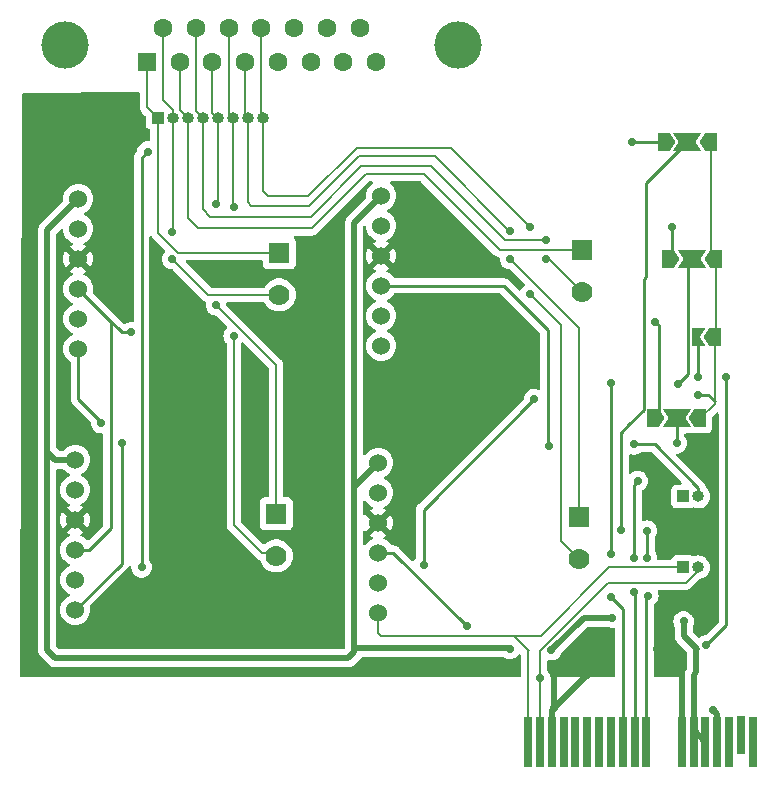
<source format=gbr>
%TF.GenerationSoftware,KiCad,Pcbnew,7.0.7*%
%TF.CreationDate,2023-09-27T20:46:26-07:00*%
%TF.ProjectId,TC-board,54432d62-6f61-4726-942e-6b696361645f,rev?*%
%TF.SameCoordinates,Original*%
%TF.FileFunction,Copper,L1,Top*%
%TF.FilePolarity,Positive*%
%FSLAX46Y46*%
G04 Gerber Fmt 4.6, Leading zero omitted, Abs format (unit mm)*
G04 Created by KiCad (PCBNEW 7.0.7) date 2023-09-27 20:46:26*
%MOMM*%
%LPD*%
G01*
G04 APERTURE LIST*
G04 Aperture macros list*
%AMFreePoly0*
4,1,6,1.000000,0.000000,0.500000,-0.750000,-0.500000,-0.750000,-0.500000,0.750000,0.500000,0.750000,1.000000,0.000000,1.000000,0.000000,$1*%
%AMFreePoly1*
4,1,7,0.700000,0.000000,1.200000,-0.750000,-1.200000,-0.750000,-0.700000,0.000000,-1.200000,0.750000,1.200000,0.750000,0.700000,0.000000,0.700000,0.000000,$1*%
%AMFreePoly2*
4,1,6,0.500000,-0.750000,-0.650000,-0.750000,-0.150000,0.000000,-0.650000,0.750000,0.500000,0.750000,0.500000,-0.750000,0.500000,-0.750000,$1*%
G04 Aperture macros list end*
%TA.AperFunction,ConnectorPad*%
%ADD10R,0.700000X4.300000*%
%TD*%
%TA.AperFunction,ConnectorPad*%
%ADD11R,0.700000X3.200000*%
%TD*%
%TA.AperFunction,SMDPad,CuDef*%
%ADD12FreePoly0,0.000000*%
%TD*%
%TA.AperFunction,SMDPad,CuDef*%
%ADD13FreePoly1,0.000000*%
%TD*%
%TA.AperFunction,SMDPad,CuDef*%
%ADD14FreePoly0,180.000000*%
%TD*%
%TA.AperFunction,ComponentPad*%
%ADD15C,4.000000*%
%TD*%
%TA.AperFunction,ComponentPad*%
%ADD16R,1.600000X1.600000*%
%TD*%
%TA.AperFunction,ComponentPad*%
%ADD17C,1.600000*%
%TD*%
%TA.AperFunction,SMDPad,CuDef*%
%ADD18FreePoly2,180.000000*%
%TD*%
%TA.AperFunction,ComponentPad*%
%ADD19C,1.524000*%
%TD*%
%TA.AperFunction,ComponentPad*%
%ADD20R,1.778000X1.778000*%
%TD*%
%TA.AperFunction,ComponentPad*%
%ADD21C,1.778000*%
%TD*%
%TA.AperFunction,ComponentPad*%
%ADD22R,1.000000X1.000000*%
%TD*%
%TA.AperFunction,ComponentPad*%
%ADD23O,1.000000X1.000000*%
%TD*%
%TA.AperFunction,ViaPad*%
%ADD24C,0.711200*%
%TD*%
%TA.AperFunction,Conductor*%
%ADD25C,0.508000*%
%TD*%
%TA.AperFunction,Conductor*%
%ADD26C,0.200000*%
%TD*%
%TA.AperFunction,Conductor*%
%ADD27C,0.254000*%
%TD*%
%TA.AperFunction,Conductor*%
%ADD28C,0.203200*%
%TD*%
G04 APERTURE END LIST*
D10*
%TO.P,J2,B1,B1*%
%TO.N,/SPI0_SCK*%
X145034000Y-106680000D03*
%TO.P,J2,B2,B2*%
%TO.N,/SPI0_MISO*%
X146034000Y-106680000D03*
%TO.P,J2,B3,B3*%
%TO.N,GND*%
X147034000Y-106680000D03*
%TO.P,J2,B4,B4*%
%TO.N,unconnected-(J2-PadB4)*%
X148034000Y-106680000D03*
%TO.P,J2,B5,B5*%
%TO.N,unconnected-(J2-PadB5)*%
X149034000Y-106680000D03*
%TO.P,J2,B6,B6*%
%TO.N,unconnected-(J2-PadB6)*%
X150034000Y-106680000D03*
%TO.P,J2,B7,B7*%
%TO.N,unconnected-(J2-PadB7)*%
X151034000Y-106680000D03*
%TO.P,J2,B8,B8*%
%TO.N,unconnected-(J2-PadB8)*%
X152034000Y-106680000D03*
%TO.P,J2,B9,B9*%
%TO.N,/CS1*%
X153034000Y-106680000D03*
%TO.P,J2,B10,B10*%
%TO.N,/CS2*%
X154034000Y-106680000D03*
%TO.P,J2,B11,B11*%
%TO.N,/CS3*%
X155034000Y-106680000D03*
%TO.P,J2,B12,B12*%
%TO.N,GND*%
X158034000Y-106680000D03*
%TO.P,J2,B13,B13*%
%TO.N,+3.3V*%
X159034000Y-106680000D03*
%TO.P,J2,B14,B14*%
X160034000Y-106680000D03*
%TO.P,J2,B15,B15*%
%TO.N,GND*%
X161034000Y-106680000D03*
%TO.P,J2,B16,B16*%
%TO.N,unconnected-(J2-PadB16)*%
X162034000Y-106680000D03*
D11*
%TO.P,J2,B17,B17*%
%TO.N,unconnected-(J2-PadB17)*%
X163034000Y-106130000D03*
D10*
%TO.P,J2,B18,B18*%
%TO.N,unconnected-(J2-PadB18)*%
X164034000Y-106680000D03*
%TD*%
D12*
%TO.P,JP2,1,A*%
%TO.N,/TC2_CS*%
X155600000Y-79300000D03*
D13*
%TO.P,JP2,2,C*%
%TO.N,/CS2*%
X157600000Y-79300000D03*
D14*
%TO.P,JP2,3,B*%
%TO.N,/TC4_CS*%
X159600000Y-79300000D03*
%TD*%
D15*
%TO.P,J1,0*%
%TO.N,N/C*%
X139098000Y-47666331D03*
X105798000Y-47666331D03*
D16*
%TO.P,J1,1,1*%
%TO.N,/TC1_T-*%
X112753000Y-49086331D03*
D17*
%TO.P,J1,2,2*%
%TO.N,/TC2_T-*%
X115523000Y-49086331D03*
%TO.P,J1,3,3*%
%TO.N,/TC3_T-*%
X118293000Y-49086331D03*
%TO.P,J1,4,4*%
%TO.N,/TC4_T-*%
X121063000Y-49086331D03*
%TO.P,J1,5,5*%
%TO.N,unconnected-(J1-Pad5)*%
X123833000Y-49086331D03*
%TO.P,J1,6,6*%
%TO.N,unconnected-(J1-Pad6)*%
X126603000Y-49086331D03*
%TO.P,J1,7,7*%
%TO.N,unconnected-(J1-Pad7)*%
X129373000Y-49086331D03*
%TO.P,J1,8,8*%
%TO.N,unconnected-(J1-Pad8)*%
X132143000Y-49086331D03*
%TO.P,J1,9,P9*%
%TO.N,/TC1_T+*%
X114138000Y-46246331D03*
%TO.P,J1,10,P10*%
%TO.N,/TC2_T+*%
X116908000Y-46246331D03*
%TO.P,J1,11,P111*%
%TO.N,/TC3_T+*%
X119678000Y-46246331D03*
%TO.P,J1,12,P12*%
%TO.N,/TC4_T+*%
X122448000Y-46246331D03*
%TO.P,J1,13,P13*%
%TO.N,unconnected-(J1-Pad13)*%
X125218000Y-46246331D03*
%TO.P,J1,14,P14*%
%TO.N,unconnected-(J1-Pad14)*%
X127988000Y-46246331D03*
%TO.P,J1,15,P15*%
%TO.N,unconnected-(J1-Pad15)*%
X130758000Y-46246331D03*
%TD*%
D12*
%TO.P,JP1,1,A*%
%TO.N,/TC1_CS*%
X156900000Y-65800000D03*
D13*
%TO.P,JP1,2,C*%
%TO.N,/CS1*%
X158900000Y-65800000D03*
D14*
%TO.P,JP1,3,B*%
%TO.N,/TC4_CS*%
X160900000Y-65800000D03*
%TD*%
D12*
%TO.P,JP3,1,A*%
%TO.N,/TC3_CS*%
X156500000Y-55900000D03*
D13*
%TO.P,JP3,2,C*%
%TO.N,/CS3*%
X158500000Y-55900000D03*
D14*
%TO.P,JP3,3,B*%
%TO.N,/TC4_CS*%
X160500000Y-55900000D03*
%TD*%
%TO.P,JP4,1,A*%
%TO.N,/TC4_CS*%
X160825000Y-72400000D03*
D18*
%TO.P,JP4,2,B*%
%TO.N,/CS4*%
X159375000Y-72400000D03*
%TD*%
D19*
%TO.P,A2,1,GND*%
%TO.N,GND*%
X132587000Y-65532000D03*
D20*
%TO.P,A2,2,T-*%
%TO.N,/TC2_T-*%
X149607260Y-65023460D03*
D21*
%TO.P,A2,3,T+*%
%TO.N,/TC2_T+*%
X149607260Y-68579460D03*
D19*
%TO.P,A2,4,VIN*%
%TO.N,+3.3V*%
X132587000Y-60452000D03*
%TO.P,A2,5,SCK*%
%TO.N,/SPI1_SCK*%
X132587000Y-73152000D03*
%TO.P,A2,6,CS*%
%TO.N,/TC2_CS*%
X132587000Y-70612000D03*
%TO.P,A2,7,SDO*%
%TO.N,/SPI1_MISO*%
X132587000Y-68072000D03*
%TO.P,A2,8,3V0*%
%TO.N,unconnected-(A2-Pad8)*%
X132587000Y-62992000D03*
%TD*%
D22*
%TO.P,J3,1,Pin_1*%
%TO.N,/TC1_T-*%
X113660000Y-53848000D03*
D23*
%TO.P,J3,2,Pin_2*%
%TO.N,/TC1_T+*%
X114930000Y-53848000D03*
%TO.P,J3,3,Pin_3*%
%TO.N,/TC2_T-*%
X116200000Y-53848000D03*
%TO.P,J3,4,Pin_4*%
%TO.N,/TC2_T+*%
X117470000Y-53848000D03*
%TO.P,J3,5,Pin_5*%
%TO.N,/TC3_T-*%
X118740000Y-53848000D03*
%TO.P,J3,6,Pin_6*%
%TO.N,/TC3_T+*%
X120010000Y-53848000D03*
%TO.P,J3,7,Pin_7*%
%TO.N,/TC4_T-*%
X121280000Y-53848000D03*
%TO.P,J3,8,Pin_8*%
%TO.N,/TC4_T+*%
X122550000Y-53848000D03*
%TD*%
D22*
%TO.P,J4,1,Pin_1*%
%TO.N,/SPI0_SCK*%
X158130000Y-91900000D03*
D23*
%TO.P,J4,2,Pin_2*%
%TO.N,/SPI0_MISO*%
X159400000Y-91900000D03*
%TD*%
D19*
%TO.P,A1,1,GND*%
%TO.N,GND*%
X106933000Y-65786000D03*
D20*
%TO.P,A1,2,T-*%
%TO.N,/TC1_T-*%
X123953260Y-65277460D03*
D21*
%TO.P,A1,3,T+*%
%TO.N,/TC1_T+*%
X123953260Y-68833460D03*
D19*
%TO.P,A1,4,VIN*%
%TO.N,+3.3V*%
X106933000Y-60706000D03*
%TO.P,A1,5,SCK*%
%TO.N,/SPI1_SCK*%
X106933000Y-73406000D03*
%TO.P,A1,6,CS*%
%TO.N,/TC1_CS*%
X106933000Y-70866000D03*
%TO.P,A1,7,SDO*%
%TO.N,/SPI1_MISO*%
X106933000Y-68326000D03*
%TO.P,A1,8,3V0*%
%TO.N,unconnected-(A1-Pad8)*%
X106933000Y-63246000D03*
%TD*%
%TO.P,A3,1,GND*%
%TO.N,GND*%
X106679000Y-87884000D03*
D20*
%TO.P,A3,2,T-*%
%TO.N,/TC3_T-*%
X123699260Y-87375460D03*
D21*
%TO.P,A3,3,T+*%
%TO.N,/TC3_T+*%
X123699260Y-90931460D03*
D19*
%TO.P,A3,4,VIN*%
%TO.N,+3.3V*%
X106679000Y-82804000D03*
%TO.P,A3,5,SCK*%
%TO.N,/SPI1_SCK*%
X106679000Y-95504000D03*
%TO.P,A3,6,CS*%
%TO.N,/TC3_CS*%
X106679000Y-92964000D03*
%TO.P,A3,7,SDO*%
%TO.N,/SPI1_MISO*%
X106679000Y-90424000D03*
%TO.P,A3,8,3V0*%
%TO.N,unconnected-(A3-Pad8)*%
X106679000Y-85344000D03*
%TD*%
D22*
%TO.P,J5,1,Pin_1*%
%TO.N,/SPI1_SCK*%
X158150000Y-85900000D03*
D23*
%TO.P,J5,2,Pin_2*%
%TO.N,/SPI1_MISO*%
X159420000Y-85900000D03*
%TD*%
D19*
%TO.P,A4,1,GND*%
%TO.N,GND*%
X132333000Y-88138000D03*
D20*
%TO.P,A4,2,T-*%
%TO.N,/TC4_T-*%
X149353260Y-87629460D03*
D21*
%TO.P,A4,3,T+*%
%TO.N,/TC4_T+*%
X149353260Y-91185460D03*
D19*
%TO.P,A4,4,VIN*%
%TO.N,+3.3V*%
X132333000Y-83058000D03*
%TO.P,A4,5,SCK*%
%TO.N,/SPI0_SCK*%
X132333000Y-95758000D03*
%TO.P,A4,6,CS*%
%TO.N,/TC4_CS*%
X132333000Y-93218000D03*
%TO.P,A4,7,SDO*%
%TO.N,/SPI0_MISO*%
X132333000Y-90678000D03*
%TO.P,A4,8,3V0*%
%TO.N,unconnected-(A4-Pad8)*%
X132333000Y-85598000D03*
%TD*%
D24*
%TO.N,GND*%
X127420000Y-71470000D03*
X157440000Y-100490000D03*
X155930000Y-98790000D03*
X160678800Y-103961200D03*
X147218000Y-103838000D03*
X127370000Y-75890000D03*
X150003000Y-101053000D03*
X147050000Y-100450000D03*
%TO.N,/TC1_T+*%
X114900000Y-63500000D03*
X114900000Y-65800000D03*
%TO.N,+3.3V*%
X143480000Y-98800000D03*
X158190000Y-96480000D03*
X152140000Y-96160000D03*
X146993660Y-98903660D03*
%TO.N,/SPI1_SCK*%
X108900000Y-79700000D03*
X110600000Y-81400000D03*
%TO.N,/TC1_CS*%
X157200000Y-63100000D03*
%TO.N,/SPI1_MISO*%
X146800000Y-81600000D03*
X111400000Y-72000000D03*
X154000000Y-81500000D03*
%TO.N,/TC2_T+*%
X146500000Y-64200000D03*
X146500000Y-65800000D03*
%TO.N,/TC2_CS*%
X155800000Y-71100000D03*
%TO.N,/TC3_T-*%
X118600000Y-61100000D03*
X118600000Y-69700000D03*
%TO.N,/TC3_T+*%
X120100000Y-61400000D03*
X120100000Y-72300000D03*
%TO.N,/TC3_CS*%
X153800000Y-55900000D03*
X112800000Y-56700000D03*
X112300000Y-91900000D03*
%TO.N,/TC4_T-*%
X143500000Y-63400000D03*
X143500000Y-65800000D03*
%TO.N,/TC4_T+*%
X145200000Y-63100000D03*
X145200000Y-68800000D03*
%TO.N,/TC4_CS*%
X159420000Y-77320000D03*
X136180000Y-91700000D03*
X145530000Y-77660000D03*
%TO.N,/SPI0_MISO*%
X146034000Y-101236900D03*
X139840000Y-96910000D03*
%TO.N,/CS1*%
X152000000Y-94400000D03*
X157700000Y-76400000D03*
X152000000Y-76300000D03*
X152000000Y-90800000D03*
%TO.N,/CS2*%
X154000000Y-94000000D03*
X154000000Y-91100000D03*
X154300000Y-84600000D03*
X157600000Y-81400000D03*
%TO.N,/CS3*%
X155200000Y-94300000D03*
X155100000Y-88800000D03*
X152900000Y-88700000D03*
X155100000Y-91100000D03*
%TO.N,/CS4*%
X161800000Y-75800000D03*
X160100000Y-98500000D03*
X159400000Y-75800000D03*
%TD*%
D25*
%TO.N,GND*%
X147034000Y-106680000D02*
X147034000Y-104022000D01*
X150003000Y-101053000D02*
X151120000Y-99936000D01*
X157440000Y-100490000D02*
X157440000Y-100300000D01*
X161034000Y-106680000D02*
X161034000Y-104316400D01*
X147218000Y-100618000D02*
X147050000Y-100450000D01*
X161034000Y-104316400D02*
X160678800Y-103961200D01*
X158034000Y-101084000D02*
X157440000Y-100490000D01*
X127420000Y-75840000D02*
X127370000Y-75890000D01*
X127420000Y-71470000D02*
X127420000Y-75840000D01*
X147218000Y-103838000D02*
X147218000Y-100618000D01*
X157440000Y-100300000D02*
X155930000Y-98790000D01*
X147034000Y-104022000D02*
X147218000Y-103838000D01*
X158034000Y-106680000D02*
X158034000Y-101084000D01*
X147218000Y-103838000D02*
X150003000Y-101053000D01*
D26*
%TO.N,/TC1_T-*%
X113660000Y-53848000D02*
X113660000Y-63560000D01*
X115377460Y-65277460D02*
X123953260Y-65277460D01*
X112753000Y-49086331D02*
X112753000Y-52941000D01*
X113660000Y-63560000D02*
X115377460Y-65277460D01*
X112753000Y-52941000D02*
X113660000Y-53848000D01*
%TO.N,/TC1_T+*%
X114930000Y-53848000D02*
X114930000Y-63470000D01*
X114138000Y-52348894D02*
X114930000Y-53140894D01*
X117933460Y-68833460D02*
X123953260Y-68833460D01*
X114900000Y-65800000D02*
X117933460Y-68833460D01*
X114930000Y-63470000D02*
X114900000Y-63500000D01*
X114138000Y-46246331D02*
X114138000Y-52348894D01*
X114930000Y-53140894D02*
X114930000Y-53848000D01*
D25*
%TO.N,+3.3V*%
X104300000Y-82100000D02*
X105004000Y-82804000D01*
X130300000Y-98760000D02*
X143440000Y-98760000D01*
X130300000Y-98760000D02*
X130300000Y-85091000D01*
X158190000Y-97703552D02*
X159288224Y-98801776D01*
X104300000Y-98900000D02*
X105000000Y-99600000D01*
X146993660Y-98903660D02*
X149737320Y-96160000D01*
X132587000Y-60452000D02*
X130300000Y-62739000D01*
X159034000Y-106680000D02*
X159034000Y-102650000D01*
X159280000Y-100780000D02*
X159280000Y-98810000D01*
X159034000Y-102650000D02*
X159034000Y-101026000D01*
X106933000Y-60706000D02*
X104300000Y-63339000D01*
X105000000Y-99600000D02*
X129800000Y-99600000D01*
X149737320Y-96160000D02*
X152140000Y-96160000D01*
X159034000Y-105680000D02*
X159034000Y-102650000D01*
X158190000Y-96480000D02*
X158190000Y-97703552D01*
X104300000Y-82100000D02*
X104300000Y-98900000D01*
X160034000Y-106680000D02*
X159034000Y-105680000D01*
X130300000Y-99100000D02*
X130300000Y-98760000D01*
X130300000Y-85091000D02*
X132333000Y-83058000D01*
X143440000Y-98760000D02*
X143480000Y-98800000D01*
X105004000Y-82804000D02*
X106679000Y-82804000D01*
X104300000Y-63339000D02*
X104300000Y-82100000D01*
X159034000Y-101026000D02*
X159280000Y-100780000D01*
X129800000Y-99600000D02*
X130300000Y-99100000D01*
X130300000Y-62739000D02*
X130300000Y-85091000D01*
X159280000Y-98810000D02*
X159288224Y-98801776D01*
D27*
%TO.N,/SPI1_SCK*%
X108900000Y-79600000D02*
X108900000Y-79700000D01*
X106933000Y-73406000D02*
X106933000Y-77633000D01*
X108700000Y-79400000D02*
X108900000Y-79600000D01*
X110600000Y-81400000D02*
X110600000Y-91583000D01*
X110600000Y-91583000D02*
X106679000Y-95504000D01*
X106933000Y-77633000D02*
X108700000Y-79400000D01*
%TO.N,/TC1_CS*%
X157200000Y-63100000D02*
X157200000Y-65500000D01*
%TO.N,/SPI1_MISO*%
X106933000Y-68326000D02*
X109700000Y-71093000D01*
X107876000Y-90424000D02*
X106679000Y-90424000D01*
X142972000Y-68072000D02*
X146700000Y-71800000D01*
X154000000Y-81500000D02*
X155727106Y-81500000D01*
X111400000Y-72000000D02*
X110607000Y-72000000D01*
X159420000Y-85192894D02*
X159420000Y-85900000D01*
X155727106Y-81500000D02*
X159420000Y-85192894D01*
X132587000Y-68072000D02*
X142972000Y-68072000D01*
X146700000Y-81500000D02*
X146800000Y-81600000D01*
X109700000Y-71093000D02*
X109700000Y-88600000D01*
X146700000Y-71800000D02*
X146700000Y-81500000D01*
X109700000Y-88600000D02*
X107876000Y-90424000D01*
X110607000Y-72000000D02*
X106933000Y-68326000D01*
D26*
%TO.N,/TC2_T-*%
X142623460Y-65023460D02*
X149607260Y-65023460D01*
X116200000Y-62300000D02*
X117100000Y-63200000D01*
X116200000Y-53848000D02*
X116200000Y-62300000D01*
X136200000Y-58600000D02*
X142623460Y-65023460D01*
X115523000Y-49086331D02*
X115523000Y-53171000D01*
X115523000Y-53171000D02*
X116200000Y-53848000D01*
X131300000Y-58600000D02*
X136200000Y-58600000D01*
X117100000Y-63200000D02*
X126700000Y-63200000D01*
X126700000Y-63200000D02*
X131300000Y-58600000D01*
%TO.N,/TC2_T+*%
X117470000Y-53848000D02*
X117470000Y-61570000D01*
X136800000Y-57900000D02*
X143100000Y-64200000D01*
X146827800Y-65800000D02*
X149607260Y-68579460D01*
X126600000Y-62200000D02*
X130900000Y-57900000D01*
X130900000Y-57900000D02*
X136300000Y-57900000D01*
X136300000Y-57900000D02*
X136800000Y-57900000D01*
X117470000Y-61570000D02*
X118100000Y-62200000D01*
X116908000Y-53286000D02*
X117470000Y-53848000D01*
X146500000Y-65800000D02*
X146827800Y-65800000D01*
X118100000Y-62200000D02*
X126600000Y-62200000D01*
X116908000Y-46246331D02*
X116908000Y-53286000D01*
X143100000Y-64200000D02*
X146500000Y-64200000D01*
D27*
%TO.N,/TC2_CS*%
X156095200Y-78804800D02*
X155600000Y-79300000D01*
X155800000Y-71100000D02*
X156095200Y-71395200D01*
X156095200Y-71395200D02*
X156095200Y-78804800D01*
D26*
%TO.N,/TC3_T-*%
X118293000Y-49086331D02*
X118293000Y-53401000D01*
X123699260Y-74799260D02*
X123699260Y-87375460D01*
X118600000Y-69700000D02*
X123699260Y-74799260D01*
X118740000Y-53848000D02*
X118740000Y-60960000D01*
X118740000Y-60960000D02*
X118600000Y-61100000D01*
X118293000Y-53401000D02*
X118740000Y-53848000D01*
%TO.N,/TC3_T+*%
X119678000Y-53516000D02*
X120010000Y-53848000D01*
X119678000Y-46246331D02*
X119678000Y-53516000D01*
X120100000Y-88300000D02*
X122500000Y-90700000D01*
X122500000Y-90700000D02*
X123467800Y-90700000D01*
X120100000Y-72300000D02*
X120100000Y-88300000D01*
X120010000Y-53848000D02*
X120010000Y-61310000D01*
X120010000Y-61310000D02*
X120100000Y-61400000D01*
X123467800Y-90700000D02*
X123699260Y-90931460D01*
D27*
%TO.N,/TC3_CS*%
X153800000Y-55900000D02*
X156500000Y-55900000D01*
X112300000Y-57200000D02*
X112800000Y-56700000D01*
X112300000Y-91900000D02*
X112300000Y-57200000D01*
D26*
%TO.N,/TC4_T-*%
X121280000Y-53848000D02*
X121280000Y-60980000D01*
X126500000Y-61300000D02*
X130700000Y-57100000D01*
X130700000Y-57100000D02*
X137100000Y-57100000D01*
X149353260Y-71653260D02*
X149353260Y-87629460D01*
X121280000Y-60980000D02*
X121600000Y-61300000D01*
X137100000Y-57100000D02*
X143400000Y-63400000D01*
X121063000Y-53631000D02*
X121280000Y-53848000D01*
X121063000Y-49086331D02*
X121063000Y-53631000D01*
X143400000Y-63400000D02*
X143500000Y-63400000D01*
X121600000Y-61300000D02*
X126500000Y-61300000D01*
X143500000Y-65800000D02*
X149353260Y-71653260D01*
%TO.N,/TC4_T+*%
X122550000Y-60050000D02*
X123000000Y-60500000D01*
X122448000Y-46246331D02*
X122448000Y-53746000D01*
X145200000Y-68800000D02*
X147800000Y-71400000D01*
X147800000Y-89632200D02*
X149353260Y-91185460D01*
X123000000Y-60500000D02*
X126400000Y-60500000D01*
X122550000Y-53848000D02*
X122550000Y-60050000D01*
X122448000Y-53746000D02*
X122550000Y-53848000D01*
X147800000Y-71400000D02*
X147800000Y-89632200D01*
X138500000Y-56400000D02*
X145200000Y-63100000D01*
X126400000Y-60500000D02*
X130500000Y-56400000D01*
X130500000Y-56400000D02*
X138500000Y-56400000D01*
D28*
%TO.N,/SPI0_SCK*%
X143800000Y-97700000D02*
X145100000Y-99000000D01*
X145034000Y-99066000D02*
X145034000Y-106680000D01*
X132600000Y-97700000D02*
X143800000Y-97700000D01*
X146100000Y-97700000D02*
X143800000Y-97700000D01*
X145100000Y-99000000D02*
X145034000Y-99066000D01*
X158130000Y-91900000D02*
X151900000Y-91900000D01*
X151900000Y-91900000D02*
X146100000Y-97700000D01*
X132333000Y-97433000D02*
X132600000Y-97700000D01*
X132333000Y-95758000D02*
X132333000Y-97433000D01*
D27*
%TO.N,/TC4_CS*%
X160285000Y-77320000D02*
X160825000Y-77860000D01*
X136180000Y-91700000D02*
X136180000Y-87010000D01*
X159420000Y-77320000D02*
X160285000Y-77320000D01*
D28*
X160900000Y-65800000D02*
X160900000Y-72325000D01*
X160825000Y-78075000D02*
X159600000Y-79300000D01*
X160825000Y-72400000D02*
X160825000Y-77860000D01*
X160900000Y-72325000D02*
X160825000Y-72400000D01*
D27*
X136180000Y-87010000D02*
X145530000Y-77660000D01*
D28*
X160825000Y-77860000D02*
X160825000Y-78075000D01*
X160500000Y-65400000D02*
X160900000Y-65800000D01*
X160500000Y-55900000D02*
X160500000Y-65400000D01*
%TO.N,/SPI0_MISO*%
X146034000Y-98966000D02*
X146034000Y-106680000D01*
X158388800Y-93200000D02*
X151800000Y-93200000D01*
X151800000Y-93200000D02*
X146034000Y-98966000D01*
D27*
X132333000Y-90678000D02*
X133608000Y-90678000D01*
D28*
X159400000Y-91900000D02*
X159400000Y-92188800D01*
X159400000Y-92188800D02*
X158388800Y-93200000D01*
D27*
X133608000Y-90678000D02*
X139840000Y-96910000D01*
%TO.N,/CS1*%
X158900000Y-65800000D02*
X158570200Y-66129800D01*
X152000000Y-94400000D02*
X153034000Y-95434000D01*
X158570200Y-75529800D02*
X157700000Y-76400000D01*
X152000000Y-76300000D02*
X152000000Y-90800000D01*
X153034000Y-95434000D02*
X153034000Y-106680000D01*
X158570200Y-66129800D02*
X158570200Y-75529800D01*
%TO.N,/CS2*%
X154000000Y-84900000D02*
X154000000Y-91100000D01*
X157600000Y-79300000D02*
X157600000Y-81400000D01*
X154300000Y-84600000D02*
X154000000Y-84900000D01*
X154000000Y-94000000D02*
X154034000Y-94034000D01*
X154034000Y-94034000D02*
X154034000Y-106680000D01*
%TO.N,/CS3*%
X155034000Y-94466000D02*
X155034000Y-106680000D01*
X158500000Y-55900000D02*
X155000000Y-59400000D01*
X155000000Y-67300000D02*
X154795200Y-67504800D01*
X154795200Y-78604800D02*
X153600000Y-79800000D01*
X152900000Y-80500000D02*
X152900000Y-88700000D01*
X154795200Y-67504800D02*
X154795200Y-78604800D01*
X153600000Y-79800000D02*
X152900000Y-80500000D01*
X155100000Y-88800000D02*
X155100000Y-91100000D01*
X155000000Y-59400000D02*
X155000000Y-67300000D01*
X155200000Y-94300000D02*
X155034000Y-94466000D01*
%TO.N,/CS4*%
X159375000Y-72400000D02*
X159375000Y-75775000D01*
X161800000Y-92300000D02*
X161800000Y-96800000D01*
X161800000Y-75800000D02*
X161800000Y-92300000D01*
X161800000Y-96800000D02*
X160100000Y-98500000D01*
X159375000Y-75775000D02*
X159400000Y-75800000D01*
%TD*%
%TA.AperFunction,Conductor*%
%TO.N,GND*%
G36*
X112087284Y-51695451D02*
G01*
X112133168Y-51748142D01*
X112144500Y-51799930D01*
X112144500Y-52897054D01*
X112143969Y-52905151D01*
X112141383Y-52924790D01*
X112139250Y-52940998D01*
X112144021Y-52977248D01*
X112144023Y-52977263D01*
X112154590Y-53057524D01*
X112160161Y-53099848D01*
X112160163Y-53099854D01*
X112221473Y-53247871D01*
X112221473Y-53247872D01*
X112221475Y-53247875D01*
X112221476Y-53247876D01*
X112249959Y-53284996D01*
X112294525Y-53343074D01*
X112294526Y-53343075D01*
X112319012Y-53374986D01*
X112347698Y-53396998D01*
X112353794Y-53402343D01*
X112601750Y-53650299D01*
X112615181Y-53663730D01*
X112648666Y-53725053D01*
X112651500Y-53751411D01*
X112651500Y-54396654D01*
X112658011Y-54457202D01*
X112658011Y-54457204D01*
X112698057Y-54564567D01*
X112709111Y-54594204D01*
X112796739Y-54711261D01*
X112913796Y-54798889D01*
X112970835Y-54820163D01*
X113026766Y-54862034D01*
X113051183Y-54927498D01*
X113051499Y-54936344D01*
X113051499Y-55716926D01*
X113031814Y-55783965D01*
X112979010Y-55829720D01*
X112909852Y-55839664D01*
X112901725Y-55838217D01*
X112890821Y-55835900D01*
X112709179Y-55835900D01*
X112691471Y-55839664D01*
X112531507Y-55873664D01*
X112531501Y-55873666D01*
X112365570Y-55947545D01*
X112365565Y-55947547D01*
X112218620Y-56054309D01*
X112218613Y-56054315D01*
X112097076Y-56189298D01*
X112006258Y-56346599D01*
X112006257Y-56346601D01*
X111950128Y-56519349D01*
X111950127Y-56519351D01*
X111939443Y-56620998D01*
X111912857Y-56685613D01*
X111895169Y-56703573D01*
X111891700Y-56706442D01*
X111860728Y-56739424D01*
X111843573Y-56757693D01*
X111837166Y-56764100D01*
X111822365Y-56778900D01*
X111822363Y-56778902D01*
X111818008Y-56784516D01*
X111814218Y-56788953D01*
X111781782Y-56823494D01*
X111781781Y-56823496D01*
X111771900Y-56841468D01*
X111761225Y-56857719D01*
X111748652Y-56873929D01*
X111748649Y-56873933D01*
X111729827Y-56917428D01*
X111727257Y-56922674D01*
X111704430Y-56964197D01*
X111699329Y-56984064D01*
X111693030Y-57002462D01*
X111684884Y-57021287D01*
X111684881Y-57021296D01*
X111677469Y-57068098D01*
X111676284Y-57073820D01*
X111664500Y-57119711D01*
X111664500Y-57140225D01*
X111662973Y-57159624D01*
X111659765Y-57179877D01*
X111659764Y-57179880D01*
X111664224Y-57227060D01*
X111664499Y-57232897D01*
X111664499Y-71019689D01*
X111644814Y-71086728D01*
X111592010Y-71132483D01*
X111522852Y-71142427D01*
X111514721Y-71140980D01*
X111511724Y-71140343D01*
X111490821Y-71135900D01*
X111309179Y-71135900D01*
X111285279Y-71140980D01*
X111131507Y-71173664D01*
X111131501Y-71173666D01*
X110965570Y-71247545D01*
X110965565Y-71247547D01*
X110928291Y-71274629D01*
X110862485Y-71298109D01*
X110794431Y-71282283D01*
X110767725Y-71261992D01*
X110191633Y-70685900D01*
X110178994Y-70671101D01*
X110166943Y-70654514D01*
X110166941Y-70654512D01*
X110130422Y-70624301D01*
X110126100Y-70620367D01*
X108210906Y-68705173D01*
X108177421Y-68643850D01*
X108178812Y-68585398D01*
X108188978Y-68547463D01*
X108208353Y-68326000D01*
X108205506Y-68293463D01*
X108193333Y-68154315D01*
X108188978Y-68104537D01*
X108131440Y-67889804D01*
X108037488Y-67688324D01*
X108037486Y-67688321D01*
X108037485Y-67688319D01*
X107909978Y-67506220D01*
X107832771Y-67429013D01*
X107752781Y-67349023D01*
X107570677Y-67221512D01*
X107570678Y-67221512D01*
X107570676Y-67221511D01*
X107446682Y-67163692D01*
X107394243Y-67117519D01*
X107375091Y-67050326D01*
X107395307Y-66983445D01*
X107446684Y-66938927D01*
X107566413Y-66883097D01*
X107566420Y-66883093D01*
X107631186Y-66837742D01*
X107631187Y-66837740D01*
X107102276Y-66308829D01*
X107068791Y-66247506D01*
X107073775Y-66177814D01*
X107115647Y-66121881D01*
X107130933Y-66112097D01*
X107170251Y-66090820D01*
X107256371Y-65997269D01*
X107257083Y-65995643D01*
X107258652Y-65993777D01*
X107261992Y-65988666D01*
X107262609Y-65989069D01*
X107302036Y-65942158D01*
X107368770Y-65921464D01*
X107436099Y-65940135D01*
X107458322Y-65957769D01*
X107984740Y-66484187D01*
X107984742Y-66484186D01*
X108030093Y-66419420D01*
X108030100Y-66419408D01*
X108123419Y-66219284D01*
X108123424Y-66219270D01*
X108180573Y-66005986D01*
X108180575Y-66005976D01*
X108199821Y-65786000D01*
X108199821Y-65785999D01*
X108180575Y-65566023D01*
X108180573Y-65566013D01*
X108123424Y-65352729D01*
X108123420Y-65352720D01*
X108030098Y-65152590D01*
X107984740Y-65087811D01*
X107455949Y-65616602D01*
X107394626Y-65650087D01*
X107324934Y-65645103D01*
X107269001Y-65603231D01*
X107264460Y-65596743D01*
X107217189Y-65524391D01*
X107217187Y-65524388D01*
X107185984Y-65500102D01*
X107116843Y-65446287D01*
X107116840Y-65446285D01*
X107116488Y-65446012D01*
X107075675Y-65389301D01*
X107072000Y-65319529D01*
X107104969Y-65260477D01*
X107631187Y-64734258D01*
X107566409Y-64688900D01*
X107566407Y-64688899D01*
X107446683Y-64633071D01*
X107394243Y-64586899D01*
X107375091Y-64519705D01*
X107395307Y-64452824D01*
X107446682Y-64408307D01*
X107570677Y-64350488D01*
X107752781Y-64222977D01*
X107909977Y-64065781D01*
X108037488Y-63883677D01*
X108131440Y-63682196D01*
X108188978Y-63467463D01*
X108208014Y-63249877D01*
X108208353Y-63246002D01*
X108208353Y-63245997D01*
X108195364Y-63097528D01*
X108188978Y-63024537D01*
X108131440Y-62809804D01*
X108037488Y-62608324D01*
X108037486Y-62608321D01*
X108037485Y-62608319D01*
X107909978Y-62426220D01*
X107838077Y-62354319D01*
X107752781Y-62269023D01*
X107570677Y-62141512D01*
X107456738Y-62088381D01*
X107404299Y-62042210D01*
X107385147Y-61975017D01*
X107405363Y-61908135D01*
X107456739Y-61863618D01*
X107570677Y-61810488D01*
X107752781Y-61682977D01*
X107909977Y-61525781D01*
X108037488Y-61343677D01*
X108131440Y-61142196D01*
X108188978Y-60927463D01*
X108204801Y-60746603D01*
X108208353Y-60706002D01*
X108208353Y-60705997D01*
X108201087Y-60622951D01*
X108188978Y-60484537D01*
X108131440Y-60269804D01*
X108037488Y-60068324D01*
X108037486Y-60068321D01*
X108037485Y-60068319D01*
X107909978Y-59886220D01*
X107838077Y-59814319D01*
X107752781Y-59729023D01*
X107570677Y-59601512D01*
X107570678Y-59601512D01*
X107570676Y-59601511D01*
X107469936Y-59554535D01*
X107369196Y-59507560D01*
X107369193Y-59507559D01*
X107369191Y-59507558D01*
X107154465Y-59450022D01*
X107154457Y-59450021D01*
X106933002Y-59430647D01*
X106932998Y-59430647D01*
X106711542Y-59450021D01*
X106711535Y-59450022D01*
X106496800Y-59507561D01*
X106295323Y-59601512D01*
X106295319Y-59601514D01*
X106113217Y-59729023D01*
X105956023Y-59886217D01*
X105828514Y-60068319D01*
X105828512Y-60068323D01*
X105734561Y-60269800D01*
X105677022Y-60484535D01*
X105677021Y-60484542D01*
X105657647Y-60705997D01*
X105657647Y-60706003D01*
X105668456Y-60829564D01*
X105654689Y-60898064D01*
X105632609Y-60928051D01*
X103806499Y-62754161D01*
X103792872Y-62765939D01*
X103773176Y-62780603D01*
X103739027Y-62821300D01*
X103735379Y-62825281D01*
X103729425Y-62831236D01*
X103719090Y-62844307D01*
X103708754Y-62857379D01*
X103664708Y-62909871D01*
X103658603Y-62917148D01*
X103654637Y-62923178D01*
X103654603Y-62923156D01*
X103650361Y-62929815D01*
X103650395Y-62929836D01*
X103646607Y-62935977D01*
X103646605Y-62935980D01*
X103613625Y-63006705D01*
X103604667Y-63024542D01*
X103578605Y-63076434D01*
X103576135Y-63083221D01*
X103576097Y-63083207D01*
X103573506Y-63090661D01*
X103573546Y-63090674D01*
X103571274Y-63097528D01*
X103555498Y-63173934D01*
X103537499Y-63249880D01*
X103536661Y-63257052D01*
X103536619Y-63257047D01*
X103535818Y-63264893D01*
X103535860Y-63264897D01*
X103535230Y-63272086D01*
X103537500Y-63350075D01*
X103537500Y-82010878D01*
X103537499Y-82035424D01*
X103536190Y-82053387D01*
X103532634Y-82077666D01*
X103532633Y-82077678D01*
X103537263Y-82130592D01*
X103537499Y-82135998D01*
X103537499Y-98835421D01*
X103536190Y-98853391D01*
X103532634Y-98877669D01*
X103532633Y-98877675D01*
X103537264Y-98930590D01*
X103537500Y-98935997D01*
X103537500Y-98944413D01*
X103541368Y-98977510D01*
X103548168Y-99055242D01*
X103549628Y-99062309D01*
X103549589Y-99062317D01*
X103551299Y-99070028D01*
X103551337Y-99070020D01*
X103553000Y-99077040D01*
X103573752Y-99134055D01*
X103579690Y-99150369D01*
X103590653Y-99183452D01*
X103604236Y-99224443D01*
X103607288Y-99230987D01*
X103607250Y-99231004D01*
X103610686Y-99238101D01*
X103610723Y-99238083D01*
X103613962Y-99244531D01*
X103613964Y-99244534D01*
X103613966Y-99244539D01*
X103656848Y-99309738D01*
X103667085Y-99326335D01*
X103697816Y-99376155D01*
X103702294Y-99381818D01*
X103702261Y-99381843D01*
X103707245Y-99387961D01*
X103707278Y-99387935D01*
X103711912Y-99393457D01*
X103711915Y-99393462D01*
X103711918Y-99393465D01*
X103711920Y-99393467D01*
X103768683Y-99447020D01*
X104415162Y-100093500D01*
X104426938Y-100107125D01*
X104441602Y-100126822D01*
X104441604Y-100126823D01*
X104441605Y-100126825D01*
X104482297Y-100160969D01*
X104486287Y-100164625D01*
X104492235Y-100170573D01*
X104518379Y-100191245D01*
X104578147Y-100241396D01*
X104578153Y-100241399D01*
X104584184Y-100245366D01*
X104584160Y-100245401D01*
X104590807Y-100249636D01*
X104590829Y-100249601D01*
X104596980Y-100253395D01*
X104667711Y-100286377D01*
X104737434Y-100321394D01*
X104737436Y-100321394D01*
X104744223Y-100323865D01*
X104744208Y-100323904D01*
X104751656Y-100326493D01*
X104751670Y-100326453D01*
X104758523Y-100328723D01*
X104758526Y-100328725D01*
X104758528Y-100328725D01*
X104758530Y-100328726D01*
X104834938Y-100344502D01*
X104910877Y-100362500D01*
X104910880Y-100362500D01*
X104910884Y-100362501D01*
X104918051Y-100363339D01*
X104918046Y-100363379D01*
X104925893Y-100364181D01*
X104925897Y-100364140D01*
X104933086Y-100364769D01*
X104933090Y-100364768D01*
X104933091Y-100364769D01*
X105011076Y-100362500D01*
X129735418Y-100362500D01*
X129753388Y-100363809D01*
X129755649Y-100364140D01*
X129777672Y-100367366D01*
X129830596Y-100362735D01*
X129835997Y-100362500D01*
X129844406Y-100362500D01*
X129844412Y-100362500D01*
X129875383Y-100358879D01*
X129877512Y-100358631D01*
X129890465Y-100357497D01*
X129955240Y-100351831D01*
X129955248Y-100351828D01*
X129962309Y-100350371D01*
X129962317Y-100350414D01*
X129970016Y-100348707D01*
X129970007Y-100348666D01*
X129977037Y-100346999D01*
X129977038Y-100346998D01*
X129977042Y-100346998D01*
X130050369Y-100320309D01*
X130124440Y-100295765D01*
X130124448Y-100295759D01*
X130130988Y-100292711D01*
X130131006Y-100292750D01*
X130138102Y-100289315D01*
X130138083Y-100289276D01*
X130144535Y-100286035D01*
X130144539Y-100286034D01*
X130209738Y-100243151D01*
X130276149Y-100202188D01*
X130276154Y-100202182D01*
X130281813Y-100197709D01*
X130281840Y-100197743D01*
X130287954Y-100192763D01*
X130287927Y-100192730D01*
X130293462Y-100188085D01*
X130347020Y-100131317D01*
X130571845Y-99906491D01*
X130793504Y-99684832D01*
X130807133Y-99673055D01*
X130826822Y-99658398D01*
X130860966Y-99617706D01*
X130864626Y-99613711D01*
X130870573Y-99607765D01*
X130891245Y-99581620D01*
X130903687Y-99566791D01*
X130961856Y-99528092D01*
X130998674Y-99522500D01*
X142964051Y-99522500D01*
X143031090Y-99542185D01*
X143036910Y-99546163D01*
X143045570Y-99552455D01*
X143077776Y-99566794D01*
X143211501Y-99626333D01*
X143211507Y-99626335D01*
X143389179Y-99664100D01*
X143389180Y-99664100D01*
X143570819Y-99664100D01*
X143570821Y-99664100D01*
X143748493Y-99626335D01*
X143748495Y-99626333D01*
X143748498Y-99626333D01*
X143770949Y-99616336D01*
X143914430Y-99552455D01*
X144061381Y-99445689D01*
X144182923Y-99310703D01*
X144192512Y-99294093D01*
X144243079Y-99245878D01*
X144311686Y-99232654D01*
X144376551Y-99258622D01*
X144417080Y-99315536D01*
X144423900Y-99356093D01*
X144423900Y-101076000D01*
X144404215Y-101143039D01*
X144351411Y-101188794D01*
X144299900Y-101200000D01*
X102124502Y-101200000D01*
X102057463Y-101180315D01*
X102011708Y-101127511D01*
X102000503Y-101075499D01*
X102000658Y-101037075D01*
X102199502Y-51823196D01*
X102219457Y-51756238D01*
X102272446Y-51710696D01*
X102323196Y-51699698D01*
X112020199Y-51675930D01*
X112087284Y-51695451D01*
G37*
%TD.AperFunction*%
%TA.AperFunction,Conductor*%
G36*
X151752207Y-96933219D02*
G01*
X151871507Y-96986335D01*
X152049179Y-97024100D01*
X152049180Y-97024100D01*
X152230817Y-97024100D01*
X152230821Y-97024100D01*
X152248720Y-97020295D01*
X152318384Y-97025610D01*
X152374118Y-97067746D01*
X152398225Y-97133326D01*
X152398500Y-97141585D01*
X152398500Y-101076000D01*
X152378815Y-101143039D01*
X152326011Y-101188794D01*
X152274500Y-101200000D01*
X147010631Y-101200000D01*
X146943592Y-101180315D01*
X146897837Y-101127511D01*
X146887311Y-101088965D01*
X146883873Y-101056254D01*
X146827743Y-100883503D01*
X146819437Y-100869116D01*
X146736924Y-100726198D01*
X146736919Y-100726191D01*
X146675950Y-100658478D01*
X146645720Y-100595486D01*
X146644100Y-100575506D01*
X146644100Y-99865890D01*
X146663785Y-99798851D01*
X146716589Y-99753096D01*
X146785747Y-99743152D01*
X146793867Y-99744597D01*
X146902839Y-99767760D01*
X146902840Y-99767760D01*
X147084479Y-99767760D01*
X147084481Y-99767760D01*
X147262153Y-99729995D01*
X147262155Y-99729993D01*
X147262158Y-99729993D01*
X147284609Y-99719996D01*
X147428090Y-99656115D01*
X147575041Y-99549349D01*
X147577894Y-99546181D01*
X147601374Y-99520103D01*
X147696583Y-99414363D01*
X147787403Y-99257057D01*
X147811319Y-99183449D01*
X147841566Y-99134090D01*
X150016838Y-96958819D01*
X150078162Y-96925334D01*
X150104520Y-96922500D01*
X151701774Y-96922500D01*
X151752207Y-96933219D01*
G37*
%TD.AperFunction*%
%TA.AperFunction,Conductor*%
G36*
X161083834Y-78781490D02*
G01*
X161139767Y-78823362D01*
X161164184Y-78888826D01*
X161164500Y-78897672D01*
X161164500Y-96485405D01*
X161144815Y-96552444D01*
X161128181Y-96573086D01*
X160101686Y-97599581D01*
X160040363Y-97633066D01*
X160014005Y-97635900D01*
X160009179Y-97635900D01*
X159978034Y-97642519D01*
X159831507Y-97673664D01*
X159831501Y-97673666D01*
X159665571Y-97747544D01*
X159546655Y-97833941D01*
X159480848Y-97857420D01*
X159412794Y-97841594D01*
X159386089Y-97821303D01*
X158988819Y-97424032D01*
X158955334Y-97362709D01*
X158952500Y-97336351D01*
X158952500Y-96920736D01*
X158969112Y-96858738D01*
X158983743Y-96833397D01*
X159039873Y-96660646D01*
X159058860Y-96480000D01*
X159039873Y-96299354D01*
X158983743Y-96126603D01*
X158958953Y-96083666D01*
X158925784Y-96026215D01*
X158892923Y-95969297D01*
X158845318Y-95916426D01*
X158771386Y-95834315D01*
X158771379Y-95834309D01*
X158624434Y-95727547D01*
X158624431Y-95727545D01*
X158624430Y-95727545D01*
X158568241Y-95702528D01*
X158458498Y-95653666D01*
X158458492Y-95653664D01*
X158318584Y-95623926D01*
X158280821Y-95615900D01*
X158099179Y-95615900D01*
X158068034Y-95622519D01*
X157921507Y-95653664D01*
X157921501Y-95653666D01*
X157755570Y-95727545D01*
X157755565Y-95727547D01*
X157608620Y-95834309D01*
X157608613Y-95834315D01*
X157487076Y-95969298D01*
X157396258Y-96126599D01*
X157396257Y-96126601D01*
X157340128Y-96299349D01*
X157340127Y-96299351D01*
X157321140Y-96480000D01*
X157340127Y-96660648D01*
X157340128Y-96660650D01*
X157396254Y-96833391D01*
X157396255Y-96833392D01*
X157396257Y-96833397D01*
X157410887Y-96858738D01*
X157427500Y-96920736D01*
X157427500Y-97638969D01*
X157426191Y-97656938D01*
X157422633Y-97681226D01*
X157427264Y-97734142D01*
X157427500Y-97739549D01*
X157427500Y-97747965D01*
X157431368Y-97781062D01*
X157438168Y-97858794D01*
X157439628Y-97865861D01*
X157439589Y-97865869D01*
X157441299Y-97873580D01*
X157441337Y-97873572D01*
X157443000Y-97880592D01*
X157469690Y-97953920D01*
X157494236Y-98027995D01*
X157497288Y-98034539D01*
X157497250Y-98034556D01*
X157500686Y-98041653D01*
X157500723Y-98041635D01*
X157503962Y-98048083D01*
X157503964Y-98048086D01*
X157503966Y-98048091D01*
X157546848Y-98113289D01*
X157546848Y-98113290D01*
X157587816Y-98179707D01*
X157592294Y-98185370D01*
X157592261Y-98185395D01*
X157597245Y-98191513D01*
X157597278Y-98191487D01*
X157601912Y-98197009D01*
X157601915Y-98197014D01*
X157601918Y-98197017D01*
X157601920Y-98197019D01*
X157658684Y-98250573D01*
X158481181Y-99073070D01*
X158514666Y-99134393D01*
X158517500Y-99160751D01*
X158517500Y-100410167D01*
X158497815Y-100477206D01*
X158488488Y-100489875D01*
X158473027Y-100508299D01*
X158469379Y-100512281D01*
X158463425Y-100518236D01*
X158453090Y-100531306D01*
X158442754Y-100544379D01*
X158416636Y-100575506D01*
X158392603Y-100604148D01*
X158388637Y-100610178D01*
X158388603Y-100610156D01*
X158384361Y-100616815D01*
X158384395Y-100616836D01*
X158380607Y-100622977D01*
X158380605Y-100622980D01*
X158347625Y-100693705D01*
X158335917Y-100717017D01*
X158312605Y-100763434D01*
X158310135Y-100770221D01*
X158310097Y-100770207D01*
X158307506Y-100777661D01*
X158307546Y-100777674D01*
X158305274Y-100784528D01*
X158289498Y-100860934D01*
X158271499Y-100936880D01*
X158270661Y-100944052D01*
X158270619Y-100944047D01*
X158269818Y-100951893D01*
X158269860Y-100951897D01*
X158269230Y-100959086D01*
X158271500Y-101037075D01*
X158271500Y-101076000D01*
X158251815Y-101143039D01*
X158199011Y-101188794D01*
X158147500Y-101200000D01*
X155793500Y-101200000D01*
X155726461Y-101180315D01*
X155680706Y-101127511D01*
X155669500Y-101076000D01*
X155669500Y-95090155D01*
X155689185Y-95023116D01*
X155720612Y-94989839D01*
X155781381Y-94945689D01*
X155902923Y-94810703D01*
X155993743Y-94653397D01*
X156049873Y-94480646D01*
X156068860Y-94300000D01*
X156049873Y-94119354D01*
X156011093Y-94000000D01*
X156002131Y-93972418D01*
X156000136Y-93902577D01*
X156036217Y-93842744D01*
X156098918Y-93811916D01*
X156120062Y-93810100D01*
X158307757Y-93810100D01*
X158323129Y-93811797D01*
X158323159Y-93811485D01*
X158330926Y-93812219D01*
X158330927Y-93812218D01*
X158330928Y-93812219D01*
X158398368Y-93810100D01*
X158427183Y-93810100D01*
X158427184Y-93810100D01*
X158428466Y-93809937D01*
X158433826Y-93809260D01*
X158439648Y-93808802D01*
X158484999Y-93807378D01*
X158503539Y-93801990D01*
X158522582Y-93798047D01*
X158541732Y-93795629D01*
X158583937Y-93778917D01*
X158589447Y-93777031D01*
X158633025Y-93764372D01*
X158649640Y-93754545D01*
X158667096Y-93745993D01*
X158685054Y-93738884D01*
X158721793Y-93712190D01*
X158726626Y-93709015D01*
X158765706Y-93685905D01*
X158779347Y-93672263D01*
X158794135Y-93659631D01*
X158809762Y-93648279D01*
X158838694Y-93613304D01*
X158842616Y-93608993D01*
X159521960Y-92929649D01*
X159583281Y-92896166D01*
X159597489Y-92893929D01*
X159597538Y-92893923D01*
X159597701Y-92893908D01*
X159787804Y-92836241D01*
X159963004Y-92742595D01*
X160116568Y-92616568D01*
X160242595Y-92463004D01*
X160336241Y-92287804D01*
X160393908Y-92097701D01*
X160413380Y-91900000D01*
X160393908Y-91702299D01*
X160336241Y-91512196D01*
X160336239Y-91512193D01*
X160336239Y-91512191D01*
X160242598Y-91337001D01*
X160242594Y-91336994D01*
X160116568Y-91183431D01*
X159963005Y-91057405D01*
X159962998Y-91057401D01*
X159787808Y-90963760D01*
X159641410Y-90919351D01*
X159597701Y-90906092D01*
X159597699Y-90906091D01*
X159597701Y-90906091D01*
X159400000Y-90886620D01*
X159202302Y-90906091D01*
X159202298Y-90906092D01*
X159202299Y-90906092D01*
X159012196Y-90963759D01*
X159012194Y-90963759D01*
X159012184Y-90963763D01*
X159006565Y-90966091D01*
X159005916Y-90964524D01*
X158945452Y-90977108D01*
X158881101Y-90952776D01*
X158876207Y-90949112D01*
X158876206Y-90949111D01*
X158739203Y-90898011D01*
X158678654Y-90891500D01*
X158678638Y-90891500D01*
X157581362Y-90891500D01*
X157581345Y-90891500D01*
X157520797Y-90898011D01*
X157520795Y-90898011D01*
X157383795Y-90949111D01*
X157266739Y-91036739D01*
X157179111Y-91153794D01*
X157168058Y-91183431D01*
X157158432Y-91209235D01*
X157116562Y-91265167D01*
X157051098Y-91289584D01*
X157042252Y-91289900D01*
X156086616Y-91289900D01*
X156019577Y-91270215D01*
X155973822Y-91217411D01*
X155963295Y-91152940D01*
X155968860Y-91100000D01*
X155949873Y-90919354D01*
X155893743Y-90746603D01*
X155886161Y-90733471D01*
X155835350Y-90645463D01*
X155802923Y-90589297D01*
X155767350Y-90549789D01*
X155737120Y-90486797D01*
X155735500Y-90466817D01*
X155735500Y-89433182D01*
X155755185Y-89366143D01*
X155767351Y-89350209D01*
X155802923Y-89310703D01*
X155893743Y-89153397D01*
X155949873Y-88980646D01*
X155968860Y-88800000D01*
X155949873Y-88619354D01*
X155893743Y-88446603D01*
X155872334Y-88409522D01*
X155842580Y-88357986D01*
X155802923Y-88289297D01*
X155740421Y-88219881D01*
X155681386Y-88154315D01*
X155681379Y-88154309D01*
X155534434Y-88047547D01*
X155534431Y-88047545D01*
X155534430Y-88047545D01*
X155472361Y-88019910D01*
X155368498Y-87973666D01*
X155368492Y-87973664D01*
X155228584Y-87943926D01*
X155190821Y-87935900D01*
X155009179Y-87935900D01*
X154978034Y-87942519D01*
X154831507Y-87973664D01*
X154831501Y-87973666D01*
X154809934Y-87983269D01*
X154740684Y-87992553D01*
X154677408Y-87962924D01*
X154640195Y-87903788D01*
X154635500Y-87869989D01*
X154635500Y-85477028D01*
X154655185Y-85409989D01*
X154707989Y-85364234D01*
X154709066Y-85363748D01*
X154721848Y-85358056D01*
X154734430Y-85352455D01*
X154881381Y-85245689D01*
X155002923Y-85110703D01*
X155093743Y-84953397D01*
X155149873Y-84780646D01*
X155168860Y-84600000D01*
X155149873Y-84419354D01*
X155093743Y-84246603D01*
X155089648Y-84239511D01*
X155045180Y-84162489D01*
X155002923Y-84089297D01*
X154924717Y-84002440D01*
X154881386Y-83954315D01*
X154881379Y-83954309D01*
X154734434Y-83847547D01*
X154734431Y-83847545D01*
X154734430Y-83847545D01*
X154690227Y-83827864D01*
X154568498Y-83773666D01*
X154568492Y-83773664D01*
X154428584Y-83743926D01*
X154390821Y-83735900D01*
X154209179Y-83735900D01*
X154178034Y-83742519D01*
X154031507Y-83773664D01*
X154031501Y-83773666D01*
X153865570Y-83847545D01*
X153865565Y-83847547D01*
X153732385Y-83944309D01*
X153666579Y-83967789D01*
X153598525Y-83951964D01*
X153549830Y-83901858D01*
X153535500Y-83843991D01*
X153535500Y-82430010D01*
X153555185Y-82362971D01*
X153607989Y-82317216D01*
X153677147Y-82307272D01*
X153709932Y-82316729D01*
X153731507Y-82326335D01*
X153909179Y-82364100D01*
X153909180Y-82364100D01*
X154090819Y-82364100D01*
X154090821Y-82364100D01*
X154268493Y-82326335D01*
X154268495Y-82326333D01*
X154268498Y-82326333D01*
X154311309Y-82307272D01*
X154434430Y-82252455D01*
X154470384Y-82226333D01*
X154562810Y-82159182D01*
X154628616Y-82135702D01*
X154635695Y-82135500D01*
X155412512Y-82135500D01*
X155479551Y-82155185D01*
X155500193Y-82171819D01*
X158008192Y-84679819D01*
X158041677Y-84741142D01*
X158036693Y-84810834D01*
X157994821Y-84866767D01*
X157929357Y-84891184D01*
X157920511Y-84891500D01*
X157601345Y-84891500D01*
X157540797Y-84898011D01*
X157540795Y-84898011D01*
X157403795Y-84949111D01*
X157286739Y-85036739D01*
X157199111Y-85153795D01*
X157148011Y-85290795D01*
X157148011Y-85290797D01*
X157141500Y-85351345D01*
X157141500Y-86448654D01*
X157148011Y-86509202D01*
X157148011Y-86509204D01*
X157181487Y-86598953D01*
X157199111Y-86646204D01*
X157286739Y-86763261D01*
X157403796Y-86850889D01*
X157492087Y-86883820D01*
X157540793Y-86901987D01*
X157540799Y-86901989D01*
X157568050Y-86904918D01*
X157601345Y-86908499D01*
X157601362Y-86908500D01*
X158698638Y-86908500D01*
X158698654Y-86908499D01*
X158725692Y-86905591D01*
X158759201Y-86901989D01*
X158759205Y-86901987D01*
X158759207Y-86901987D01*
X158896199Y-86850891D01*
X158896201Y-86850890D01*
X158896200Y-86850890D01*
X158896204Y-86850889D01*
X158901098Y-86847225D01*
X158966560Y-86822807D01*
X159025929Y-86835441D01*
X159026564Y-86833909D01*
X159032185Y-86836237D01*
X159032193Y-86836239D01*
X159032196Y-86836241D01*
X159222299Y-86893908D01*
X159222298Y-86893908D01*
X159241770Y-86895825D01*
X159420000Y-86913380D01*
X159617701Y-86893908D01*
X159807804Y-86836241D01*
X159807812Y-86836237D01*
X159900117Y-86786899D01*
X159983004Y-86742595D01*
X160136568Y-86616568D01*
X160262595Y-86463004D01*
X160338636Y-86320740D01*
X160356239Y-86287808D01*
X160356239Y-86287807D01*
X160356241Y-86287804D01*
X160413908Y-86097701D01*
X160433380Y-85900000D01*
X160413908Y-85702299D01*
X160356241Y-85512196D01*
X160356239Y-85512193D01*
X160356239Y-85512191D01*
X160262598Y-85337001D01*
X160262594Y-85336994D01*
X160136570Y-85183433D01*
X160090707Y-85145794D01*
X160051373Y-85088048D01*
X160050299Y-85084545D01*
X160049762Y-85082699D01*
X160046942Y-85072992D01*
X160042997Y-85053943D01*
X160040427Y-85033595D01*
X160022973Y-84989512D01*
X160021098Y-84984036D01*
X160007869Y-84938501D01*
X159997427Y-84920845D01*
X159988869Y-84903376D01*
X159981318Y-84884304D01*
X159968576Y-84866767D01*
X159953448Y-84845946D01*
X159950257Y-84841086D01*
X159926138Y-84800301D01*
X159926129Y-84800291D01*
X159911639Y-84785801D01*
X159899000Y-84771004D01*
X159886942Y-84754407D01*
X159886939Y-84754405D01*
X159886939Y-84754404D01*
X159850416Y-84724190D01*
X159846094Y-84720256D01*
X157601620Y-82475781D01*
X157568135Y-82414458D01*
X157573119Y-82344766D01*
X157614991Y-82288833D01*
X157680455Y-82264416D01*
X157689301Y-82264100D01*
X157690819Y-82264100D01*
X157690821Y-82264100D01*
X157868493Y-82226335D01*
X157868495Y-82226333D01*
X157868498Y-82226333D01*
X157890949Y-82216336D01*
X158034430Y-82152455D01*
X158181381Y-82045689D01*
X158192643Y-82033182D01*
X158212726Y-82010877D01*
X158302923Y-81910703D01*
X158393743Y-81753397D01*
X158449873Y-81580646D01*
X158468860Y-81400000D01*
X158449873Y-81219354D01*
X158393743Y-81046603D01*
X158302923Y-80889297D01*
X158267350Y-80849789D01*
X158237120Y-80786797D01*
X158235500Y-80766817D01*
X158235500Y-80687729D01*
X158255185Y-80620690D01*
X158307989Y-80574935D01*
X158359500Y-80563729D01*
X158800004Y-80563729D01*
X158881634Y-80557201D01*
X158881635Y-80557200D01*
X158881645Y-80557200D01*
X158909408Y-80548537D01*
X158963983Y-80544172D01*
X159100000Y-80563729D01*
X159100002Y-80563729D01*
X160100000Y-80563729D01*
X160173111Y-80558500D01*
X160177545Y-80557198D01*
X160313411Y-80517304D01*
X160436421Y-80438250D01*
X160532176Y-80327743D01*
X160592919Y-80194734D01*
X160613729Y-80050000D01*
X160613728Y-79200443D01*
X160633412Y-79133405D01*
X160650047Y-79112763D01*
X160873984Y-78888826D01*
X160952820Y-78809990D01*
X161014142Y-78776506D01*
X161083834Y-78781490D01*
G37*
%TD.AperFunction*%
%TA.AperFunction,Conductor*%
G36*
X131821614Y-59228185D02*
G01*
X131867369Y-59280989D01*
X131877313Y-59350147D01*
X131848288Y-59413703D01*
X131825699Y-59434075D01*
X131767214Y-59475026D01*
X131610023Y-59632217D01*
X131482514Y-59814319D01*
X131482512Y-59814323D01*
X131388561Y-60015800D01*
X131331022Y-60230535D01*
X131331021Y-60230542D01*
X131311647Y-60451997D01*
X131311647Y-60452003D01*
X131322456Y-60575564D01*
X131308689Y-60644064D01*
X131286609Y-60674051D01*
X129806499Y-62154161D01*
X129792872Y-62165939D01*
X129773176Y-62180603D01*
X129739027Y-62221300D01*
X129735379Y-62225281D01*
X129729425Y-62231236D01*
X129719090Y-62244307D01*
X129708754Y-62257379D01*
X129672992Y-62300000D01*
X129658603Y-62317148D01*
X129654637Y-62323178D01*
X129654603Y-62323156D01*
X129650361Y-62329815D01*
X129650395Y-62329836D01*
X129646607Y-62335977D01*
X129646605Y-62335980D01*
X129613625Y-62406705D01*
X129603825Y-62426219D01*
X129578605Y-62476434D01*
X129576135Y-62483221D01*
X129576097Y-62483207D01*
X129573506Y-62490661D01*
X129573546Y-62490674D01*
X129571274Y-62497528D01*
X129555498Y-62573934D01*
X129537499Y-62649880D01*
X129536661Y-62657052D01*
X129536619Y-62657047D01*
X129535818Y-62664893D01*
X129535860Y-62664897D01*
X129535230Y-62672086D01*
X129537500Y-62750075D01*
X129537500Y-85000433D01*
X129535818Y-85016893D01*
X129535860Y-85016897D01*
X129535230Y-85024086D01*
X129537500Y-85102075D01*
X129537500Y-98713500D01*
X129517815Y-98780539D01*
X129465011Y-98826294D01*
X129413500Y-98837500D01*
X105367200Y-98837500D01*
X105300161Y-98817815D01*
X105279519Y-98801181D01*
X105098819Y-98620481D01*
X105065334Y-98559158D01*
X105062500Y-98532800D01*
X105062500Y-83690500D01*
X105082185Y-83623461D01*
X105134989Y-83577706D01*
X105186500Y-83566500D01*
X105597364Y-83566500D01*
X105664403Y-83586185D01*
X105698937Y-83619374D01*
X105702023Y-83623781D01*
X105859219Y-83780977D01*
X106041323Y-83908488D01*
X106139599Y-83954315D01*
X106155261Y-83961618D01*
X106207700Y-84007790D01*
X106226852Y-84074984D01*
X106206636Y-84141865D01*
X106155261Y-84186382D01*
X106041323Y-84239512D01*
X106041319Y-84239514D01*
X105859217Y-84367023D01*
X105702023Y-84524217D01*
X105574514Y-84706319D01*
X105574512Y-84706323D01*
X105480561Y-84907800D01*
X105423022Y-85122535D01*
X105423021Y-85122542D01*
X105403647Y-85343997D01*
X105403647Y-85344002D01*
X105423021Y-85565457D01*
X105423022Y-85565465D01*
X105480558Y-85780191D01*
X105480559Y-85780193D01*
X105480560Y-85780196D01*
X105514957Y-85853960D01*
X105574511Y-85981676D01*
X105574512Y-85981677D01*
X105702023Y-86163781D01*
X105859219Y-86320977D01*
X106041323Y-86448488D01*
X106165317Y-86506307D01*
X106217756Y-86552479D01*
X106236908Y-86619673D01*
X106216692Y-86686554D01*
X106165317Y-86731071D01*
X106045586Y-86786903D01*
X105980812Y-86832257D01*
X105980811Y-86832258D01*
X106509723Y-87361170D01*
X106543208Y-87422493D01*
X106538224Y-87492185D01*
X106496352Y-87548118D01*
X106481059Y-87557906D01*
X106441749Y-87579179D01*
X106441748Y-87579179D01*
X106355626Y-87672733D01*
X106355626Y-87672734D01*
X106354911Y-87674365D01*
X106353340Y-87676233D01*
X106350008Y-87681334D01*
X106349391Y-87680931D01*
X106309952Y-87727849D01*
X106243215Y-87748535D01*
X106175888Y-87729857D01*
X106153677Y-87712230D01*
X105627258Y-87185811D01*
X105627257Y-87185812D01*
X105581903Y-87250586D01*
X105488579Y-87450720D01*
X105488575Y-87450729D01*
X105431426Y-87664013D01*
X105431424Y-87664023D01*
X105412179Y-87883999D01*
X105412179Y-87884000D01*
X105431424Y-88103976D01*
X105431426Y-88103986D01*
X105488575Y-88317270D01*
X105488580Y-88317284D01*
X105581899Y-88517407D01*
X105581900Y-88517409D01*
X105627258Y-88582187D01*
X106156050Y-88053395D01*
X106217373Y-88019910D01*
X106287064Y-88024894D01*
X106342998Y-88066765D01*
X106347539Y-88073254D01*
X106394813Y-88145612D01*
X106495157Y-88223713D01*
X106495160Y-88223714D01*
X106495511Y-88223987D01*
X106536324Y-88280697D01*
X106539999Y-88350470D01*
X106507030Y-88409522D01*
X105980811Y-88935741D01*
X106045582Y-88981094D01*
X106045592Y-88981100D01*
X106165316Y-89036928D01*
X106217756Y-89083100D01*
X106236908Y-89150293D01*
X106216693Y-89217174D01*
X106165318Y-89261692D01*
X106041320Y-89319514D01*
X106041319Y-89319514D01*
X105859217Y-89447023D01*
X105702023Y-89604217D01*
X105574514Y-89786319D01*
X105574512Y-89786323D01*
X105480561Y-89987800D01*
X105423022Y-90202535D01*
X105423021Y-90202542D01*
X105403647Y-90423997D01*
X105403647Y-90424002D01*
X105423021Y-90645457D01*
X105423022Y-90645465D01*
X105480558Y-90860191D01*
X105480559Y-90860193D01*
X105480560Y-90860196D01*
X105508146Y-90919354D01*
X105574511Y-91061676D01*
X105592101Y-91086797D01*
X105702023Y-91243781D01*
X105859219Y-91400977D01*
X106041323Y-91528488D01*
X106087674Y-91550102D01*
X106155261Y-91581618D01*
X106207700Y-91627790D01*
X106226852Y-91694984D01*
X106206636Y-91761865D01*
X106155261Y-91806382D01*
X106041323Y-91859512D01*
X106041319Y-91859514D01*
X105859217Y-91987023D01*
X105702023Y-92144217D01*
X105574514Y-92326319D01*
X105574512Y-92326323D01*
X105480561Y-92527800D01*
X105423022Y-92742535D01*
X105423021Y-92742542D01*
X105403647Y-92963997D01*
X105403647Y-92964002D01*
X105423021Y-93185457D01*
X105423022Y-93185465D01*
X105480558Y-93400191D01*
X105480559Y-93400193D01*
X105480560Y-93400196D01*
X105527536Y-93500936D01*
X105574511Y-93601676D01*
X105574512Y-93601677D01*
X105702023Y-93783781D01*
X105859219Y-93940977D01*
X106010068Y-94046603D01*
X106041323Y-94068488D01*
X106155261Y-94121618D01*
X106207700Y-94167790D01*
X106226852Y-94234984D01*
X106206636Y-94301865D01*
X106155261Y-94346382D01*
X106041323Y-94399512D01*
X106041319Y-94399514D01*
X105859217Y-94527023D01*
X105702023Y-94684217D01*
X105574514Y-94866319D01*
X105574512Y-94866323D01*
X105480561Y-95067800D01*
X105423022Y-95282535D01*
X105423021Y-95282542D01*
X105403647Y-95503997D01*
X105403647Y-95504002D01*
X105423021Y-95725457D01*
X105423022Y-95725465D01*
X105480558Y-95940191D01*
X105480559Y-95940193D01*
X105480560Y-95940196D01*
X105512915Y-96009581D01*
X105574511Y-96141676D01*
X105574512Y-96141677D01*
X105702023Y-96323781D01*
X105859219Y-96480977D01*
X106041323Y-96608488D01*
X106242804Y-96702440D01*
X106457537Y-96759978D01*
X106605686Y-96772939D01*
X106678998Y-96779353D01*
X106679000Y-96779353D01*
X106679002Y-96779353D01*
X106752314Y-96772939D01*
X106900463Y-96759978D01*
X107115196Y-96702440D01*
X107316677Y-96608488D01*
X107498781Y-96480977D01*
X107655977Y-96323781D01*
X107783488Y-96141677D01*
X107877440Y-95940196D01*
X107934978Y-95725463D01*
X107951506Y-95536542D01*
X107954353Y-95504002D01*
X107954353Y-95503997D01*
X107944012Y-95385799D01*
X107934978Y-95282537D01*
X107924812Y-95244597D01*
X107926475Y-95174749D01*
X107956904Y-95124826D01*
X110990072Y-92091658D01*
X111002461Y-92081735D01*
X111002289Y-92081528D01*
X111008298Y-92076555D01*
X111008303Y-92076553D01*
X111056441Y-92025290D01*
X111077638Y-92004094D01*
X111081979Y-91998497D01*
X111085774Y-91994054D01*
X111118217Y-91959506D01*
X111128102Y-91941524D01*
X111138773Y-91925278D01*
X111151349Y-91909067D01*
X111170172Y-91865567D01*
X111172740Y-91860328D01*
X111176837Y-91852876D01*
X111195569Y-91818803D01*
X111195569Y-91818802D01*
X111199328Y-91811965D01*
X111201049Y-91812911D01*
X111237634Y-91766017D01*
X111303571Y-91742909D01*
X111371535Y-91759118D01*
X111419946Y-91809498D01*
X111433435Y-91878053D01*
X111433273Y-91879706D01*
X111431140Y-91900000D01*
X111436082Y-91947017D01*
X111450127Y-92080648D01*
X111450128Y-92080650D01*
X111506257Y-92253398D01*
X111506258Y-92253400D01*
X111559541Y-92345689D01*
X111597077Y-92410703D01*
X111634668Y-92452452D01*
X111718613Y-92545684D01*
X111718620Y-92545690D01*
X111865565Y-92652452D01*
X111865566Y-92652452D01*
X111865570Y-92652455D01*
X111964848Y-92696656D01*
X112031501Y-92726333D01*
X112031507Y-92726335D01*
X112209179Y-92764100D01*
X112209180Y-92764100D01*
X112390819Y-92764100D01*
X112390821Y-92764100D01*
X112568493Y-92726335D01*
X112568495Y-92726333D01*
X112568498Y-92726333D01*
X112590949Y-92716336D01*
X112734430Y-92652455D01*
X112881381Y-92545689D01*
X112882146Y-92544840D01*
X112913425Y-92510100D01*
X113002923Y-92410703D01*
X113093743Y-92253397D01*
X113149873Y-92080646D01*
X113168860Y-91900000D01*
X113149873Y-91719354D01*
X113093743Y-91546603D01*
X113083284Y-91528488D01*
X113050593Y-91471864D01*
X113002923Y-91389297D01*
X112967350Y-91349789D01*
X112937120Y-91286797D01*
X112935500Y-91266817D01*
X112935500Y-63980676D01*
X112955185Y-63913637D01*
X113007989Y-63867882D01*
X113077147Y-63857938D01*
X113140703Y-63886963D01*
X113157873Y-63905187D01*
X113182723Y-63937571D01*
X113192372Y-63950147D01*
X113201523Y-63962072D01*
X113201525Y-63962074D01*
X113226013Y-63993987D01*
X113251707Y-64013703D01*
X113254698Y-64015998D01*
X113260794Y-64021343D01*
X113775722Y-64536271D01*
X114271015Y-65031564D01*
X114304500Y-65092887D01*
X114299516Y-65162579D01*
X114275484Y-65202217D01*
X114197076Y-65289298D01*
X114106258Y-65446599D01*
X114106257Y-65446601D01*
X114050128Y-65619349D01*
X114050127Y-65619351D01*
X114031140Y-65800000D01*
X114050127Y-65980648D01*
X114050128Y-65980650D01*
X114106257Y-66153398D01*
X114106258Y-66153400D01*
X114150591Y-66230186D01*
X114197077Y-66310703D01*
X114239414Y-66357723D01*
X114318613Y-66445684D01*
X114318620Y-66445690D01*
X114465565Y-66552452D01*
X114465566Y-66552452D01*
X114465570Y-66552455D01*
X114535842Y-66583742D01*
X114631501Y-66626333D01*
X114631507Y-66626335D01*
X114809179Y-66664100D01*
X114852189Y-66664100D01*
X114919228Y-66683785D01*
X114939870Y-66700418D01*
X117472115Y-69232664D01*
X117477456Y-69238754D01*
X117499473Y-69267447D01*
X117503374Y-69270440D01*
X117530142Y-69290981D01*
X117530146Y-69290985D01*
X117578357Y-69327977D01*
X117578358Y-69327978D01*
X117626585Y-69364984D01*
X117675007Y-69385041D01*
X117729410Y-69428881D01*
X117751476Y-69495175D01*
X117749959Y-69512802D01*
X117750807Y-69512892D01*
X117750128Y-69519350D01*
X117750127Y-69519354D01*
X117734938Y-69663865D01*
X117731140Y-69700000D01*
X117750127Y-69880648D01*
X117750128Y-69880650D01*
X117806257Y-70053398D01*
X117806258Y-70053400D01*
X117876926Y-70175800D01*
X117897077Y-70210703D01*
X117939414Y-70257723D01*
X118018613Y-70345684D01*
X118018620Y-70345690D01*
X118165565Y-70452452D01*
X118165566Y-70452452D01*
X118165570Y-70452455D01*
X118264848Y-70496656D01*
X118331501Y-70526333D01*
X118331507Y-70526335D01*
X118509179Y-70564100D01*
X118552189Y-70564100D01*
X118619228Y-70583785D01*
X118639870Y-70600419D01*
X119518394Y-71478943D01*
X119551879Y-71540266D01*
X119546895Y-71609958D01*
X119522863Y-71649596D01*
X119397076Y-71789297D01*
X119306258Y-71946599D01*
X119306257Y-71946601D01*
X119250128Y-72119349D01*
X119250127Y-72119351D01*
X119231140Y-72300000D01*
X119250127Y-72480648D01*
X119250128Y-72480650D01*
X119306257Y-72653398D01*
X119306258Y-72653400D01*
X119397075Y-72810701D01*
X119459650Y-72880197D01*
X119489880Y-72943188D01*
X119491500Y-72963169D01*
X119491500Y-88256054D01*
X119490969Y-88264151D01*
X119488791Y-88280697D01*
X119486250Y-88299998D01*
X119491021Y-88336248D01*
X119491023Y-88336262D01*
X119491500Y-88339884D01*
X119491500Y-88339885D01*
X119495947Y-88373661D01*
X119505549Y-88446601D01*
X119507162Y-88458849D01*
X119507163Y-88458854D01*
X119568473Y-88606871D01*
X119568473Y-88606872D01*
X119568475Y-88606875D01*
X119568476Y-88606876D01*
X119611942Y-88663522D01*
X119641525Y-88702074D01*
X119641526Y-88702075D01*
X119666012Y-88733986D01*
X119694698Y-88755998D01*
X119700794Y-88761343D01*
X122038655Y-91099204D01*
X122043996Y-91105294D01*
X122053927Y-91118236D01*
X122066010Y-91133984D01*
X122066011Y-91133985D01*
X122066013Y-91133987D01*
X122084605Y-91148253D01*
X122096284Y-91157215D01*
X122096308Y-91157235D01*
X122138094Y-91189298D01*
X122193124Y-91231524D01*
X122193126Y-91231524D01*
X122193128Y-91231526D01*
X122240658Y-91251213D01*
X122292617Y-91272735D01*
X122347021Y-91316575D01*
X122365370Y-91356855D01*
X122372947Y-91386778D01*
X122372948Y-91386779D01*
X122465982Y-91598875D01*
X122592653Y-91792761D01*
X122749517Y-91963160D01*
X122749521Y-91963163D01*
X122815106Y-92014210D01*
X122922375Y-92097701D01*
X122932275Y-92105406D01*
X122932280Y-92105410D01*
X123126840Y-92210701D01*
X123135967Y-92215640D01*
X123245492Y-92253239D01*
X123355014Y-92290839D01*
X123355016Y-92290839D01*
X123355018Y-92290840D01*
X123583460Y-92328960D01*
X123583461Y-92328960D01*
X123815059Y-92328960D01*
X123815060Y-92328960D01*
X124043502Y-92290840D01*
X124262553Y-92215640D01*
X124466240Y-92105410D01*
X124649005Y-91963158D01*
X124805864Y-91792764D01*
X124932537Y-91598876D01*
X125025570Y-91386783D01*
X125082425Y-91162269D01*
X125082739Y-91158478D01*
X125101550Y-90931466D01*
X125101550Y-90931453D01*
X125082426Y-90700658D01*
X125082424Y-90700647D01*
X125025570Y-90476136D01*
X124932537Y-90264044D01*
X124805866Y-90070158D01*
X124731728Y-89989623D01*
X124649005Y-89899762D01*
X124649004Y-89899761D01*
X124649002Y-89899759D01*
X124648998Y-89899756D01*
X124466244Y-89757513D01*
X124466239Y-89757509D01*
X124262554Y-89647280D01*
X124262548Y-89647278D01*
X124043505Y-89572080D01*
X123833715Y-89537073D01*
X123815060Y-89533960D01*
X123583460Y-89533960D01*
X123564805Y-89537073D01*
X123355014Y-89572080D01*
X123135971Y-89647278D01*
X123135965Y-89647280D01*
X122932281Y-89757509D01*
X122749510Y-89899766D01*
X122749501Y-89899774D01*
X122746343Y-89903205D01*
X122686452Y-89939189D01*
X122616614Y-89937081D01*
X122567442Y-89906893D01*
X120744819Y-88084270D01*
X120711334Y-88022947D01*
X120708500Y-87996589D01*
X120708500Y-72968411D01*
X120728185Y-72901372D01*
X120780989Y-72855617D01*
X120850147Y-72845673D01*
X120913703Y-72874698D01*
X120920181Y-72880730D01*
X123054441Y-75014990D01*
X123087926Y-75076313D01*
X123090760Y-75102671D01*
X123090760Y-85853960D01*
X123071075Y-85920999D01*
X123018271Y-85966754D01*
X122966760Y-85977960D01*
X122761605Y-85977960D01*
X122701057Y-85984471D01*
X122701055Y-85984471D01*
X122564055Y-86035571D01*
X122446999Y-86123199D01*
X122359371Y-86240255D01*
X122308271Y-86377255D01*
X122308271Y-86377257D01*
X122301760Y-86437805D01*
X122301760Y-88313114D01*
X122308271Y-88373663D01*
X122347081Y-88477713D01*
X122359371Y-88510664D01*
X122446999Y-88627721D01*
X122564056Y-88715349D01*
X122701059Y-88766449D01*
X122728310Y-88769378D01*
X122761605Y-88772959D01*
X122761622Y-88772960D01*
X124636898Y-88772960D01*
X124636914Y-88772959D01*
X124663952Y-88770051D01*
X124697461Y-88766449D01*
X124834464Y-88715349D01*
X124951521Y-88627721D01*
X125039149Y-88510664D01*
X125090249Y-88373661D01*
X125095936Y-88320765D01*
X125096759Y-88313114D01*
X125096760Y-88313097D01*
X125096760Y-86437822D01*
X125096759Y-86437805D01*
X125091819Y-86391864D01*
X125090249Y-86377259D01*
X125039149Y-86240256D01*
X124951521Y-86123199D01*
X124834464Y-86035571D01*
X124830764Y-86034191D01*
X124697463Y-85984471D01*
X124636914Y-85977960D01*
X124636898Y-85977960D01*
X124431760Y-85977960D01*
X124364721Y-85958275D01*
X124318966Y-85905471D01*
X124307760Y-85853960D01*
X124307760Y-74843211D01*
X124308291Y-74835110D01*
X124313011Y-74799260D01*
X124292098Y-74640409D01*
X124261441Y-74566396D01*
X124230786Y-74492388D01*
X124230783Y-74492383D01*
X124156495Y-74395568D01*
X124156475Y-74395544D01*
X124146828Y-74382972D01*
X124133247Y-74365273D01*
X124133245Y-74365271D01*
X124133244Y-74365270D01*
X124113918Y-74350441D01*
X124104553Y-74343255D01*
X124098463Y-74337914D01*
X119500885Y-69740336D01*
X119467400Y-69679013D01*
X119465248Y-69665637D01*
X119456133Y-69578918D01*
X119468702Y-69510192D01*
X119516435Y-69459168D01*
X119579454Y-69441960D01*
X122614386Y-69441960D01*
X122681425Y-69461645D01*
X122718195Y-69498139D01*
X122719982Y-69500875D01*
X122719983Y-69500876D01*
X122727775Y-69512802D01*
X122846653Y-69694761D01*
X123003517Y-69865160D01*
X123003521Y-69865163D01*
X123098180Y-69938839D01*
X123186280Y-70007410D01*
X123389967Y-70117640D01*
X123460824Y-70141965D01*
X123609014Y-70192839D01*
X123609016Y-70192839D01*
X123609018Y-70192840D01*
X123837460Y-70230960D01*
X123837461Y-70230960D01*
X124069059Y-70230960D01*
X124069060Y-70230960D01*
X124297502Y-70192840D01*
X124516553Y-70117640D01*
X124720240Y-70007410D01*
X124903005Y-69865158D01*
X125059864Y-69694764D01*
X125186537Y-69500876D01*
X125279570Y-69288783D01*
X125336425Y-69064269D01*
X125337693Y-69048972D01*
X125355550Y-68833466D01*
X125355550Y-68833453D01*
X125336426Y-68602658D01*
X125336424Y-68602647D01*
X125279570Y-68378136D01*
X125186537Y-68166044D01*
X125059866Y-67972158D01*
X124987719Y-67893786D01*
X124903005Y-67801762D01*
X124903004Y-67801761D01*
X124903002Y-67801759D01*
X124902998Y-67801756D01*
X124720244Y-67659513D01*
X124720239Y-67659509D01*
X124516554Y-67549280D01*
X124516548Y-67549278D01*
X124297505Y-67474080D01*
X124123384Y-67445025D01*
X124069060Y-67435960D01*
X123837460Y-67435960D01*
X123791771Y-67443584D01*
X123609014Y-67474080D01*
X123389971Y-67549278D01*
X123389965Y-67549280D01*
X123186280Y-67659509D01*
X123186275Y-67659513D01*
X123003521Y-67801756D01*
X123003517Y-67801759D01*
X122846653Y-67972158D01*
X122718195Y-68168781D01*
X122665049Y-68214138D01*
X122614386Y-68224960D01*
X118236871Y-68224960D01*
X118169832Y-68205275D01*
X118149190Y-68188641D01*
X116058190Y-66097641D01*
X116024705Y-66036318D01*
X116029689Y-65966626D01*
X116071561Y-65910693D01*
X116137025Y-65886276D01*
X116145871Y-65885960D01*
X122431760Y-65885960D01*
X122498799Y-65905645D01*
X122544554Y-65958449D01*
X122555760Y-66009960D01*
X122555760Y-66215114D01*
X122562271Y-66275662D01*
X122562271Y-66275664D01*
X122594977Y-66363349D01*
X122613371Y-66412664D01*
X122700999Y-66529721D01*
X122818056Y-66617349D01*
X122955059Y-66668449D01*
X122982310Y-66671378D01*
X123015605Y-66674959D01*
X123015622Y-66674960D01*
X124890898Y-66674960D01*
X124890914Y-66674959D01*
X124917952Y-66672051D01*
X124951461Y-66668449D01*
X125088464Y-66617349D01*
X125205521Y-66529721D01*
X125293149Y-66412664D01*
X125344249Y-66275661D01*
X125349138Y-66230186D01*
X125350759Y-66215114D01*
X125350760Y-66215097D01*
X125350760Y-64339822D01*
X125350759Y-64339805D01*
X125347417Y-64308730D01*
X125344249Y-64279259D01*
X125343778Y-64277997D01*
X125314865Y-64200479D01*
X125293149Y-64142256D01*
X125205521Y-64025199D01*
X125205519Y-64025197D01*
X125205518Y-64025196D01*
X125200503Y-64020181D01*
X125167018Y-63958858D01*
X125172002Y-63889166D01*
X125213874Y-63833233D01*
X125279338Y-63808816D01*
X125288184Y-63808500D01*
X126656054Y-63808500D01*
X126664151Y-63809030D01*
X126689527Y-63812371D01*
X126699999Y-63813750D01*
X126700000Y-63813750D01*
X126700001Y-63813750D01*
X126735846Y-63809031D01*
X126737961Y-63808752D01*
X126737974Y-63808751D01*
X126739881Y-63808500D01*
X126739885Y-63808500D01*
X126821002Y-63797820D01*
X126839457Y-63795391D01*
X126858851Y-63792838D01*
X126911092Y-63771199D01*
X127006876Y-63731524D01*
X127102072Y-63658477D01*
X127102073Y-63658475D01*
X127110164Y-63652267D01*
X127110171Y-63652261D01*
X127133983Y-63633990D01*
X127133982Y-63633990D01*
X127133987Y-63633987D01*
X127156010Y-63605285D01*
X127161338Y-63599209D01*
X131515729Y-59244819D01*
X131577053Y-59211334D01*
X131603411Y-59208500D01*
X131754575Y-59208500D01*
X131821614Y-59228185D01*
G37*
%TD.AperFunction*%
%TA.AperFunction,Conductor*%
G36*
X131239640Y-62980210D02*
G01*
X131295573Y-63022082D01*
X131319834Y-63085584D01*
X131331021Y-63213458D01*
X131331022Y-63213465D01*
X131388558Y-63428191D01*
X131388559Y-63428193D01*
X131388560Y-63428196D01*
X131422043Y-63500000D01*
X131482511Y-63629676D01*
X131502676Y-63658474D01*
X131610023Y-63811781D01*
X131767219Y-63968977D01*
X131949323Y-64096488D01*
X132073317Y-64154307D01*
X132125756Y-64200479D01*
X132144908Y-64267673D01*
X132124692Y-64334554D01*
X132073317Y-64379071D01*
X131953586Y-64434903D01*
X131888812Y-64480257D01*
X131888811Y-64480258D01*
X132417723Y-65009170D01*
X132451208Y-65070493D01*
X132446224Y-65140185D01*
X132404352Y-65196118D01*
X132389059Y-65205906D01*
X132349749Y-65227179D01*
X132349748Y-65227179D01*
X132263626Y-65320733D01*
X132263626Y-65320734D01*
X132262911Y-65322365D01*
X132261340Y-65324233D01*
X132258008Y-65329334D01*
X132257391Y-65328931D01*
X132217952Y-65375849D01*
X132151215Y-65396535D01*
X132083888Y-65377857D01*
X132061677Y-65360230D01*
X131535258Y-64833811D01*
X131535257Y-64833812D01*
X131489903Y-64898586D01*
X131396579Y-65098720D01*
X131396575Y-65098729D01*
X131339426Y-65312013D01*
X131339424Y-65312023D01*
X131320179Y-65531999D01*
X131320179Y-65532000D01*
X131339424Y-65751976D01*
X131339426Y-65751986D01*
X131396575Y-65965270D01*
X131396580Y-65965284D01*
X131489899Y-66165407D01*
X131489900Y-66165409D01*
X131535258Y-66230187D01*
X132064050Y-65701395D01*
X132125373Y-65667910D01*
X132195064Y-65672894D01*
X132250998Y-65714765D01*
X132255539Y-65721254D01*
X132302813Y-65793612D01*
X132403157Y-65871713D01*
X132403160Y-65871714D01*
X132403511Y-65871987D01*
X132444324Y-65928697D01*
X132447999Y-65998470D01*
X132415030Y-66057522D01*
X131888811Y-66583741D01*
X131953582Y-66629094D01*
X131953592Y-66629100D01*
X132073316Y-66684928D01*
X132125756Y-66731100D01*
X132144908Y-66798293D01*
X132124693Y-66865174D01*
X132073318Y-66909692D01*
X131949320Y-66967514D01*
X131949319Y-66967514D01*
X131767217Y-67095023D01*
X131610023Y-67252217D01*
X131482514Y-67434319D01*
X131482512Y-67434323D01*
X131388561Y-67635800D01*
X131331022Y-67850535D01*
X131331021Y-67850542D01*
X131311647Y-68071997D01*
X131311647Y-68072002D01*
X131331021Y-68293457D01*
X131331022Y-68293465D01*
X131388558Y-68508191D01*
X131388559Y-68508193D01*
X131388560Y-68508196D01*
X131432603Y-68602647D01*
X131482511Y-68709676D01*
X131482512Y-68709677D01*
X131610023Y-68891781D01*
X131767219Y-69048977D01*
X131905475Y-69145785D01*
X131949323Y-69176488D01*
X132063261Y-69229618D01*
X132115700Y-69275790D01*
X132134852Y-69342984D01*
X132114636Y-69409865D01*
X132063261Y-69454382D01*
X131949323Y-69507512D01*
X131949319Y-69507514D01*
X131767217Y-69635023D01*
X131610023Y-69792217D01*
X131482514Y-69974319D01*
X131482512Y-69974323D01*
X131388561Y-70175800D01*
X131331022Y-70390535D01*
X131331021Y-70390542D01*
X131311647Y-70611997D01*
X131311647Y-70612002D01*
X131331021Y-70833457D01*
X131331022Y-70833465D01*
X131388558Y-71048191D01*
X131388559Y-71048193D01*
X131388560Y-71048196D01*
X131420451Y-71116586D01*
X131482511Y-71249676D01*
X131505343Y-71282283D01*
X131610023Y-71431781D01*
X131767219Y-71588977D01*
X131949323Y-71716488D01*
X132033233Y-71755616D01*
X132063261Y-71769618D01*
X132115700Y-71815790D01*
X132134852Y-71882984D01*
X132114636Y-71949865D01*
X132063261Y-71994382D01*
X131949323Y-72047512D01*
X131949319Y-72047514D01*
X131767217Y-72175023D01*
X131610023Y-72332217D01*
X131482514Y-72514319D01*
X131482512Y-72514323D01*
X131388561Y-72715800D01*
X131331022Y-72930535D01*
X131331021Y-72930542D01*
X131311647Y-73151997D01*
X131311647Y-73152002D01*
X131331021Y-73373457D01*
X131331022Y-73373465D01*
X131388558Y-73588191D01*
X131388559Y-73588193D01*
X131388560Y-73588196D01*
X131420737Y-73657200D01*
X131482511Y-73789676D01*
X131482512Y-73789677D01*
X131610023Y-73971781D01*
X131767219Y-74128977D01*
X131949323Y-74256488D01*
X132150804Y-74350440D01*
X132365537Y-74407978D01*
X132523724Y-74421817D01*
X132586998Y-74427353D01*
X132587000Y-74427353D01*
X132587002Y-74427353D01*
X132642365Y-74422509D01*
X132808463Y-74407978D01*
X133023196Y-74350440D01*
X133224677Y-74256488D01*
X133406781Y-74128977D01*
X133563977Y-73971781D01*
X133691488Y-73789677D01*
X133785440Y-73588196D01*
X133842978Y-73373463D01*
X133859506Y-73184542D01*
X133862353Y-73152002D01*
X133862353Y-73151997D01*
X133845833Y-72963169D01*
X133842978Y-72930537D01*
X133785440Y-72715804D01*
X133691488Y-72514324D01*
X133691486Y-72514321D01*
X133691485Y-72514319D01*
X133563978Y-72332220D01*
X133531758Y-72300000D01*
X133406781Y-72175023D01*
X133224677Y-72047512D01*
X133110738Y-71994381D01*
X133058299Y-71948210D01*
X133039147Y-71881017D01*
X133059363Y-71814135D01*
X133110739Y-71769618D01*
X133224677Y-71716488D01*
X133406781Y-71588977D01*
X133563977Y-71431781D01*
X133691488Y-71249677D01*
X133785440Y-71048196D01*
X133842978Y-70833463D01*
X133859506Y-70644542D01*
X133862353Y-70612002D01*
X133862353Y-70611997D01*
X133854858Y-70526333D01*
X133842978Y-70390537D01*
X133785440Y-70175804D01*
X133691488Y-69974324D01*
X133691486Y-69974321D01*
X133691485Y-69974319D01*
X133563978Y-69792220D01*
X133512094Y-69740336D01*
X133406781Y-69635023D01*
X133224677Y-69507512D01*
X133110738Y-69454381D01*
X133058299Y-69408210D01*
X133039147Y-69341017D01*
X133059363Y-69274135D01*
X133110739Y-69229618D01*
X133224677Y-69176488D01*
X133406781Y-69048977D01*
X133563977Y-68891781D01*
X133655989Y-68760374D01*
X133710564Y-68716751D01*
X133757562Y-68707500D01*
X142657406Y-68707500D01*
X142724445Y-68727185D01*
X142745087Y-68743819D01*
X146028181Y-72026913D01*
X146061666Y-72088236D01*
X146064500Y-72114594D01*
X146064500Y-76761155D01*
X146044815Y-76828194D01*
X145992011Y-76873949D01*
X145922853Y-76883893D01*
X145890065Y-76874435D01*
X145798494Y-76833665D01*
X145798492Y-76833664D01*
X145658584Y-76803926D01*
X145620821Y-76795900D01*
X145439179Y-76795900D01*
X145408034Y-76802519D01*
X145261507Y-76833664D01*
X145261501Y-76833666D01*
X145095570Y-76907545D01*
X145095565Y-76907547D01*
X144948620Y-77014309D01*
X144948613Y-77014315D01*
X144827076Y-77149298D01*
X144736258Y-77306599D01*
X144736257Y-77306601D01*
X144680128Y-77479349D01*
X144680127Y-77479351D01*
X144669238Y-77582950D01*
X144642652Y-77647564D01*
X144633598Y-77657668D01*
X135789921Y-86501344D01*
X135777531Y-86511272D01*
X135777702Y-86511479D01*
X135771696Y-86516447D01*
X135747288Y-86542440D01*
X135723573Y-86567693D01*
X135716503Y-86574763D01*
X135702365Y-86588900D01*
X135702363Y-86588902D01*
X135698008Y-86594516D01*
X135694218Y-86598953D01*
X135661782Y-86633494D01*
X135661781Y-86633496D01*
X135651900Y-86651468D01*
X135641225Y-86667719D01*
X135628652Y-86683929D01*
X135628649Y-86683933D01*
X135609827Y-86727428D01*
X135607257Y-86732674D01*
X135584430Y-86774197D01*
X135579329Y-86794064D01*
X135573030Y-86812462D01*
X135564884Y-86831287D01*
X135564881Y-86831296D01*
X135557469Y-86878098D01*
X135556284Y-86883820D01*
X135544500Y-86929711D01*
X135544500Y-86950225D01*
X135542973Y-86969624D01*
X135539765Y-86989877D01*
X135544225Y-87037059D01*
X135544500Y-87042897D01*
X135544500Y-91066817D01*
X135524815Y-91133856D01*
X135512650Y-91149789D01*
X135477077Y-91189296D01*
X135389853Y-91340372D01*
X135339286Y-91388587D01*
X135270678Y-91401809D01*
X135205814Y-91375841D01*
X135194785Y-91366052D01*
X134116658Y-90287925D01*
X134106732Y-90275535D01*
X134106525Y-90275707D01*
X134101552Y-90269696D01*
X134050306Y-90221573D01*
X134029097Y-90200363D01*
X134023492Y-90196015D01*
X134019046Y-90192218D01*
X133984509Y-90159785D01*
X133984501Y-90159780D01*
X133966540Y-90149906D01*
X133950274Y-90139222D01*
X133934064Y-90126648D01*
X133890571Y-90107827D01*
X133885323Y-90105256D01*
X133843805Y-90082432D01*
X133843804Y-90082431D01*
X133843803Y-90082431D01*
X133823937Y-90077330D01*
X133805538Y-90071030D01*
X133786709Y-90062883D01*
X133786708Y-90062882D01*
X133739902Y-90055469D01*
X133734181Y-90054284D01*
X133688283Y-90042500D01*
X133688282Y-90042500D01*
X133667774Y-90042500D01*
X133648376Y-90040973D01*
X133637769Y-90039293D01*
X133628122Y-90037765D01*
X133628121Y-90037764D01*
X133580939Y-90042225D01*
X133575101Y-90042500D01*
X133503562Y-90042500D01*
X133436523Y-90022815D01*
X133401987Y-89989623D01*
X133309978Y-89858220D01*
X133238077Y-89786319D01*
X133152781Y-89701023D01*
X132970677Y-89573512D01*
X132970678Y-89573512D01*
X132970676Y-89573511D01*
X132846682Y-89515692D01*
X132794243Y-89469519D01*
X132775091Y-89402326D01*
X132795307Y-89335445D01*
X132846684Y-89290927D01*
X132966413Y-89235097D01*
X132966420Y-89235093D01*
X133031186Y-89189742D01*
X133031187Y-89189740D01*
X132502276Y-88660829D01*
X132468791Y-88599506D01*
X132473775Y-88529814D01*
X132515647Y-88473881D01*
X132530933Y-88464097D01*
X132570251Y-88442820D01*
X132656371Y-88349269D01*
X132657083Y-88347643D01*
X132658652Y-88345777D01*
X132661992Y-88340666D01*
X132662609Y-88341069D01*
X132702036Y-88294158D01*
X132768770Y-88273464D01*
X132836099Y-88292135D01*
X132858322Y-88309769D01*
X133384740Y-88836187D01*
X133384742Y-88836186D01*
X133430093Y-88771420D01*
X133430100Y-88771408D01*
X133523419Y-88571284D01*
X133523424Y-88571270D01*
X133580573Y-88357986D01*
X133580575Y-88357976D01*
X133599821Y-88138000D01*
X133599821Y-88137999D01*
X133580575Y-87918023D01*
X133580573Y-87918013D01*
X133523424Y-87704729D01*
X133523420Y-87704720D01*
X133430098Y-87504590D01*
X133384740Y-87439811D01*
X132855949Y-87968602D01*
X132794626Y-88002087D01*
X132724934Y-87997103D01*
X132669001Y-87955231D01*
X132664460Y-87948743D01*
X132617189Y-87876391D01*
X132617187Y-87876388D01*
X132617186Y-87876388D01*
X132516843Y-87798287D01*
X132516840Y-87798285D01*
X132516488Y-87798012D01*
X132475675Y-87741301D01*
X132472000Y-87671529D01*
X132504969Y-87612477D01*
X133031187Y-87086258D01*
X132966409Y-87040900D01*
X132966407Y-87040899D01*
X132846683Y-86985071D01*
X132794243Y-86938899D01*
X132775091Y-86871705D01*
X132795307Y-86804824D01*
X132846682Y-86760307D01*
X132970677Y-86702488D01*
X133152781Y-86574977D01*
X133309977Y-86417781D01*
X133437488Y-86235677D01*
X133531440Y-86034196D01*
X133588978Y-85819463D01*
X133608353Y-85598000D01*
X133605506Y-85565463D01*
X133600846Y-85512191D01*
X133588978Y-85376537D01*
X133531440Y-85161804D01*
X133437488Y-84960324D01*
X133437486Y-84960321D01*
X133437485Y-84960319D01*
X133309978Y-84778220D01*
X133238077Y-84706319D01*
X133152781Y-84621023D01*
X132970677Y-84493512D01*
X132856738Y-84440381D01*
X132804299Y-84394210D01*
X132785147Y-84327017D01*
X132805363Y-84260135D01*
X132856739Y-84215618D01*
X132970677Y-84162488D01*
X133152781Y-84034977D01*
X133309977Y-83877781D01*
X133437488Y-83695677D01*
X133531440Y-83494196D01*
X133588978Y-83279463D01*
X133608353Y-83058000D01*
X133605506Y-83025463D01*
X133588978Y-82836542D01*
X133588978Y-82836537D01*
X133531440Y-82621804D01*
X133437488Y-82420324D01*
X133437486Y-82420321D01*
X133437485Y-82420319D01*
X133309978Y-82238220D01*
X133238077Y-82166319D01*
X133152781Y-82081023D01*
X132970677Y-81953512D01*
X132970678Y-81953512D01*
X132970676Y-81953511D01*
X132869936Y-81906535D01*
X132769196Y-81859560D01*
X132769193Y-81859559D01*
X132769191Y-81859558D01*
X132554465Y-81802022D01*
X132554457Y-81802021D01*
X132333002Y-81782647D01*
X132332998Y-81782647D01*
X132111542Y-81802021D01*
X132111535Y-81802022D01*
X131896800Y-81859561D01*
X131695323Y-81953512D01*
X131695319Y-81953514D01*
X131513217Y-82081023D01*
X131356026Y-82238214D01*
X131288075Y-82335259D01*
X131233498Y-82378883D01*
X131163999Y-82386076D01*
X131101645Y-82354554D01*
X131066231Y-82294324D01*
X131062500Y-82264135D01*
X131062500Y-63106198D01*
X131082185Y-63039159D01*
X131098815Y-63018521D01*
X131108626Y-63008710D01*
X131169948Y-62975226D01*
X131239640Y-62980210D01*
G37*
%TD.AperFunction*%
%TA.AperFunction,Conductor*%
G36*
X131941064Y-88278894D02*
G01*
X131996998Y-88320765D01*
X132001539Y-88327254D01*
X132048813Y-88399612D01*
X132149157Y-88477713D01*
X132149160Y-88477714D01*
X132149511Y-88477987D01*
X132190324Y-88534697D01*
X132193999Y-88604470D01*
X132161030Y-88663522D01*
X131634811Y-89189741D01*
X131699582Y-89235094D01*
X131699592Y-89235100D01*
X131819316Y-89290928D01*
X131871756Y-89337100D01*
X131890908Y-89404293D01*
X131870693Y-89471174D01*
X131819318Y-89515692D01*
X131780930Y-89533593D01*
X131708183Y-89567516D01*
X131695320Y-89573514D01*
X131695319Y-89573514D01*
X131513217Y-89701023D01*
X131356026Y-89858214D01*
X131288075Y-89955259D01*
X131233498Y-89998883D01*
X131163999Y-90006076D01*
X131101645Y-89974554D01*
X131066231Y-89914324D01*
X131062500Y-89884135D01*
X131062500Y-89402326D01*
X131062500Y-88917042D01*
X131082183Y-88850007D01*
X131134987Y-88804252D01*
X131204146Y-88794308D01*
X131267702Y-88823333D01*
X131279126Y-88836001D01*
X131281258Y-88836187D01*
X131810050Y-88307395D01*
X131871373Y-88273910D01*
X131941064Y-88278894D01*
G37*
%TD.AperFunction*%
%TA.AperFunction,Conductor*%
G36*
X105585640Y-63234210D02*
G01*
X105641573Y-63276082D01*
X105665834Y-63339584D01*
X105677021Y-63467458D01*
X105677022Y-63467465D01*
X105734558Y-63682191D01*
X105734559Y-63682193D01*
X105734560Y-63682196D01*
X105758335Y-63733182D01*
X105828511Y-63883676D01*
X105849490Y-63913637D01*
X105956023Y-64065781D01*
X106113219Y-64222977D01*
X106295323Y-64350488D01*
X106419317Y-64408307D01*
X106471756Y-64454479D01*
X106490908Y-64521673D01*
X106470692Y-64588554D01*
X106419317Y-64633071D01*
X106299586Y-64688903D01*
X106234812Y-64734257D01*
X106234811Y-64734258D01*
X106763723Y-65263170D01*
X106797208Y-65324493D01*
X106792224Y-65394185D01*
X106750352Y-65450118D01*
X106735059Y-65459906D01*
X106695749Y-65481179D01*
X106695748Y-65481179D01*
X106609626Y-65574733D01*
X106609626Y-65574734D01*
X106608911Y-65576365D01*
X106607340Y-65578233D01*
X106604008Y-65583334D01*
X106603391Y-65582931D01*
X106563952Y-65629849D01*
X106497215Y-65650535D01*
X106429888Y-65631857D01*
X106407677Y-65614230D01*
X105881258Y-65087811D01*
X105881257Y-65087812D01*
X105835903Y-65152586D01*
X105742579Y-65352720D01*
X105742575Y-65352729D01*
X105685426Y-65566013D01*
X105685424Y-65566023D01*
X105666179Y-65785999D01*
X105666179Y-65786000D01*
X105685424Y-66005976D01*
X105685426Y-66005986D01*
X105742575Y-66219270D01*
X105742580Y-66219284D01*
X105835899Y-66419407D01*
X105835900Y-66419409D01*
X105881258Y-66484187D01*
X106410050Y-65955395D01*
X106471373Y-65921910D01*
X106541064Y-65926894D01*
X106596998Y-65968765D01*
X106601539Y-65975254D01*
X106648813Y-66047612D01*
X106749157Y-66125713D01*
X106749160Y-66125714D01*
X106749511Y-66125987D01*
X106790324Y-66182697D01*
X106793999Y-66252470D01*
X106761030Y-66311522D01*
X106234811Y-66837741D01*
X106299582Y-66883094D01*
X106299592Y-66883100D01*
X106419316Y-66938928D01*
X106471756Y-66985100D01*
X106490908Y-67052293D01*
X106470693Y-67119174D01*
X106419318Y-67163692D01*
X106295320Y-67221514D01*
X106295319Y-67221514D01*
X106113217Y-67349023D01*
X105956023Y-67506217D01*
X105828514Y-67688319D01*
X105828512Y-67688323D01*
X105734561Y-67889800D01*
X105677022Y-68104535D01*
X105677021Y-68104542D01*
X105657647Y-68325997D01*
X105657647Y-68326002D01*
X105677021Y-68547457D01*
X105677022Y-68547465D01*
X105734558Y-68762191D01*
X105734559Y-68762193D01*
X105734560Y-68762196D01*
X105756973Y-68810261D01*
X105828511Y-68963676D01*
X105828512Y-68963677D01*
X105956023Y-69145781D01*
X106113219Y-69302977D01*
X106295323Y-69430488D01*
X106362139Y-69461645D01*
X106409261Y-69483618D01*
X106461700Y-69529790D01*
X106480852Y-69596984D01*
X106460636Y-69663865D01*
X106409261Y-69708382D01*
X106295323Y-69761512D01*
X106295319Y-69761514D01*
X106113217Y-69889023D01*
X105956023Y-70046217D01*
X105828514Y-70228319D01*
X105828512Y-70228323D01*
X105734561Y-70429800D01*
X105677022Y-70644535D01*
X105677021Y-70644542D01*
X105657647Y-70865997D01*
X105657647Y-70866002D01*
X105677021Y-71087457D01*
X105677022Y-71087465D01*
X105734558Y-71302191D01*
X105734559Y-71302193D01*
X105734560Y-71302196D01*
X105781535Y-71402936D01*
X105828511Y-71503676D01*
X105828512Y-71503677D01*
X105956023Y-71685781D01*
X106113219Y-71842977D01*
X106295322Y-71970487D01*
X106295323Y-71970488D01*
X106409261Y-72023618D01*
X106461700Y-72069790D01*
X106480852Y-72136984D01*
X106460636Y-72203865D01*
X106409261Y-72248382D01*
X106295323Y-72301512D01*
X106295319Y-72301514D01*
X106113217Y-72429023D01*
X105956023Y-72586217D01*
X105828514Y-72768319D01*
X105828512Y-72768323D01*
X105734561Y-72969800D01*
X105677022Y-73184535D01*
X105677021Y-73184542D01*
X105657647Y-73405997D01*
X105657647Y-73406002D01*
X105677021Y-73627457D01*
X105677022Y-73627465D01*
X105734558Y-73842191D01*
X105734559Y-73842193D01*
X105734560Y-73842196D01*
X105781535Y-73942936D01*
X105828511Y-74043676D01*
X105828512Y-74043677D01*
X105956023Y-74225781D01*
X106113219Y-74382977D01*
X106244625Y-74474989D01*
X106288249Y-74529564D01*
X106297500Y-74576562D01*
X106297500Y-77549151D01*
X106295758Y-77564927D01*
X106296026Y-77564953D01*
X106295292Y-77572718D01*
X106295292Y-77572719D01*
X106296986Y-77626619D01*
X106297500Y-77642985D01*
X106297500Y-77672983D01*
X106298387Y-77680013D01*
X106298845Y-77685832D01*
X106300334Y-77733203D01*
X106300335Y-77733207D01*
X106306057Y-77752905D01*
X106310000Y-77771946D01*
X106312571Y-77792288D01*
X106312574Y-77792303D01*
X106330016Y-77836359D01*
X106331907Y-77841883D01*
X106345130Y-77887391D01*
X106355570Y-77905044D01*
X106364128Y-77922514D01*
X106371679Y-77941585D01*
X106371682Y-77941591D01*
X106399542Y-77979936D01*
X106402750Y-77984821D01*
X106420769Y-78015290D01*
X106426866Y-78025598D01*
X106426870Y-78025602D01*
X106441363Y-78040095D01*
X106454001Y-78054892D01*
X106466057Y-78071487D01*
X106502576Y-78101697D01*
X106506888Y-78105620D01*
X107252828Y-78851560D01*
X107995987Y-79594719D01*
X108029472Y-79656042D01*
X108031628Y-79695351D01*
X108031140Y-79699997D01*
X108050127Y-79880648D01*
X108050128Y-79880650D01*
X108106257Y-80053398D01*
X108106258Y-80053400D01*
X108146506Y-80123111D01*
X108197077Y-80210703D01*
X108239414Y-80257723D01*
X108318613Y-80345684D01*
X108318620Y-80345690D01*
X108465565Y-80452452D01*
X108465566Y-80452452D01*
X108465570Y-80452455D01*
X108557810Y-80493523D01*
X108631501Y-80526333D01*
X108631507Y-80526335D01*
X108809179Y-80564100D01*
X108809180Y-80564100D01*
X108940500Y-80564100D01*
X109007539Y-80583785D01*
X109053294Y-80636589D01*
X109064500Y-80688100D01*
X109064500Y-88285404D01*
X109044815Y-88352443D01*
X109028181Y-88373085D01*
X107814193Y-89587073D01*
X107752870Y-89620558D01*
X107683178Y-89615574D01*
X107638831Y-89587073D01*
X107498785Y-89447027D01*
X107498781Y-89447023D01*
X107316677Y-89319512D01*
X107316678Y-89319512D01*
X107316676Y-89319511D01*
X107192682Y-89261692D01*
X107140243Y-89215519D01*
X107121091Y-89148326D01*
X107141307Y-89081445D01*
X107192684Y-89036927D01*
X107312413Y-88981097D01*
X107312420Y-88981093D01*
X107377186Y-88935742D01*
X107377187Y-88935740D01*
X106848276Y-88406829D01*
X106814791Y-88345506D01*
X106819775Y-88275814D01*
X106861647Y-88219881D01*
X106876933Y-88210097D01*
X106916251Y-88188820D01*
X107002371Y-88095269D01*
X107003083Y-88093643D01*
X107004652Y-88091777D01*
X107007992Y-88086666D01*
X107008609Y-88087069D01*
X107048036Y-88040158D01*
X107114770Y-88019464D01*
X107182099Y-88038135D01*
X107204322Y-88055769D01*
X107730740Y-88582187D01*
X107730742Y-88582186D01*
X107776093Y-88517420D01*
X107776100Y-88517408D01*
X107869419Y-88317284D01*
X107869424Y-88317270D01*
X107926573Y-88103986D01*
X107926575Y-88103976D01*
X107945821Y-87884000D01*
X107945821Y-87883999D01*
X107926575Y-87664023D01*
X107926573Y-87664013D01*
X107869424Y-87450729D01*
X107869420Y-87450720D01*
X107776098Y-87250590D01*
X107730740Y-87185811D01*
X107201949Y-87714602D01*
X107140626Y-87748087D01*
X107070934Y-87743103D01*
X107015001Y-87701231D01*
X107010460Y-87694743D01*
X106963189Y-87622391D01*
X106963187Y-87622388D01*
X106907673Y-87579180D01*
X106862843Y-87544287D01*
X106862840Y-87544285D01*
X106862488Y-87544012D01*
X106821675Y-87487301D01*
X106818000Y-87417529D01*
X106850969Y-87358477D01*
X107377187Y-86832258D01*
X107312409Y-86786900D01*
X107312407Y-86786899D01*
X107192683Y-86731071D01*
X107140243Y-86684899D01*
X107121091Y-86617705D01*
X107141307Y-86550824D01*
X107192682Y-86506307D01*
X107316677Y-86448488D01*
X107498781Y-86320977D01*
X107655977Y-86163781D01*
X107783488Y-85981677D01*
X107877440Y-85780196D01*
X107934978Y-85565463D01*
X107951506Y-85376542D01*
X107954353Y-85344002D01*
X107954353Y-85343997D01*
X107945752Y-85245684D01*
X107934978Y-85122537D01*
X107877440Y-84907804D01*
X107783488Y-84706324D01*
X107783486Y-84706321D01*
X107783485Y-84706319D01*
X107655978Y-84524220D01*
X107625268Y-84493510D01*
X107498781Y-84367023D01*
X107316677Y-84239512D01*
X107202738Y-84186381D01*
X107150299Y-84140210D01*
X107131147Y-84073017D01*
X107151363Y-84006135D01*
X107202739Y-83961618D01*
X107316677Y-83908488D01*
X107498781Y-83780977D01*
X107655977Y-83623781D01*
X107783488Y-83441677D01*
X107877440Y-83240196D01*
X107934978Y-83025463D01*
X107951506Y-82836542D01*
X107954353Y-82804002D01*
X107954353Y-82803997D01*
X107934978Y-82582542D01*
X107934978Y-82582537D01*
X107877440Y-82367804D01*
X107783488Y-82166324D01*
X107783486Y-82166321D01*
X107783485Y-82166319D01*
X107655978Y-81984220D01*
X107582459Y-81910701D01*
X107498781Y-81827023D01*
X107316677Y-81699512D01*
X107316678Y-81699512D01*
X107316676Y-81699511D01*
X107186831Y-81638964D01*
X107115196Y-81605560D01*
X107115193Y-81605559D01*
X107115191Y-81605558D01*
X106900465Y-81548022D01*
X106900457Y-81548021D01*
X106679002Y-81528647D01*
X106678998Y-81528647D01*
X106457542Y-81548021D01*
X106457535Y-81548022D01*
X106242800Y-81605561D01*
X106041323Y-81699512D01*
X106041319Y-81699514D01*
X105859217Y-81827023D01*
X105702025Y-81984215D01*
X105698940Y-81988622D01*
X105644363Y-82032248D01*
X105597364Y-82041500D01*
X105371200Y-82041500D01*
X105304161Y-82021815D01*
X105283519Y-82005181D01*
X105098818Y-81820480D01*
X105065333Y-81759157D01*
X105062499Y-81732808D01*
X105062499Y-63706198D01*
X105082184Y-63639160D01*
X105098818Y-63618518D01*
X105367261Y-63350075D01*
X105454626Y-63262710D01*
X105515948Y-63229226D01*
X105585640Y-63234210D01*
G37*
%TD.AperFunction*%
%TA.AperFunction,Conductor*%
G36*
X131267702Y-86298151D02*
G01*
X131288073Y-86320740D01*
X131356023Y-86417781D01*
X131513219Y-86574977D01*
X131695323Y-86702488D01*
X131819317Y-86760307D01*
X131871756Y-86806479D01*
X131890908Y-86873673D01*
X131870692Y-86940554D01*
X131819317Y-86985071D01*
X131699586Y-87040903D01*
X131634812Y-87086257D01*
X131634811Y-87086258D01*
X132163723Y-87615170D01*
X132197208Y-87676493D01*
X132192224Y-87746185D01*
X132150352Y-87802118D01*
X132135059Y-87811906D01*
X132095749Y-87833179D01*
X132095748Y-87833179D01*
X132009626Y-87926733D01*
X132009626Y-87926734D01*
X132008911Y-87928365D01*
X132007340Y-87930233D01*
X132004008Y-87935334D01*
X132003391Y-87934931D01*
X131963952Y-87981849D01*
X131897215Y-88002535D01*
X131829888Y-87983857D01*
X131807677Y-87966230D01*
X131281258Y-87439811D01*
X131275235Y-87440338D01*
X131233495Y-87473702D01*
X131163997Y-87480894D01*
X131101642Y-87449371D01*
X131066230Y-87389140D01*
X131062500Y-87358961D01*
X131062500Y-86391860D01*
X131082184Y-86324825D01*
X131134988Y-86279070D01*
X131204146Y-86269126D01*
X131267702Y-86298151D01*
G37*
%TD.AperFunction*%
%TA.AperFunction,Conductor*%
G36*
X135963628Y-59228185D02*
G01*
X135984270Y-59244819D01*
X142162115Y-65422664D01*
X142167456Y-65428754D01*
X142173919Y-65437177D01*
X142189472Y-65457447D01*
X142221381Y-65481932D01*
X142221385Y-65481934D01*
X142221388Y-65481937D01*
X142316583Y-65554983D01*
X142316584Y-65554984D01*
X142361581Y-65573622D01*
X142464610Y-65616298D01*
X142487823Y-65619354D01*
X142528149Y-65624663D01*
X142592046Y-65652929D01*
X142630517Y-65711254D01*
X142635285Y-65760563D01*
X142631140Y-65799999D01*
X142650127Y-65980648D01*
X142650128Y-65980650D01*
X142706257Y-66153398D01*
X142706258Y-66153400D01*
X142750591Y-66230186D01*
X142797077Y-66310703D01*
X142839414Y-66357723D01*
X142918613Y-66445684D01*
X142918620Y-66445690D01*
X143065565Y-66552452D01*
X143065566Y-66552452D01*
X143065570Y-66552455D01*
X143135842Y-66583742D01*
X143231501Y-66626333D01*
X143231507Y-66626335D01*
X143409179Y-66664100D01*
X143452189Y-66664100D01*
X143519228Y-66683785D01*
X143539870Y-66700419D01*
X144733237Y-67893786D01*
X144766722Y-67955109D01*
X144761738Y-68024801D01*
X144719866Y-68080734D01*
X144718442Y-68081785D01*
X144618616Y-68154313D01*
X144618613Y-68154315D01*
X144497076Y-68289298D01*
X144428155Y-68408673D01*
X144377588Y-68456889D01*
X144308981Y-68470112D01*
X144244116Y-68444144D01*
X144233087Y-68434354D01*
X143480658Y-67681925D01*
X143470732Y-67669535D01*
X143470525Y-67669707D01*
X143465552Y-67663696D01*
X143414306Y-67615573D01*
X143393097Y-67594363D01*
X143387492Y-67590015D01*
X143383046Y-67586218D01*
X143348509Y-67553785D01*
X143348501Y-67553780D01*
X143330540Y-67543906D01*
X143314274Y-67533222D01*
X143298064Y-67520648D01*
X143254571Y-67501827D01*
X143249323Y-67499256D01*
X143207805Y-67476432D01*
X143207804Y-67476431D01*
X143207803Y-67476431D01*
X143187937Y-67471330D01*
X143169538Y-67465030D01*
X143150709Y-67456883D01*
X143150708Y-67456882D01*
X143103902Y-67449469D01*
X143098181Y-67448284D01*
X143052283Y-67436500D01*
X143052282Y-67436500D01*
X143031774Y-67436500D01*
X143012376Y-67434973D01*
X143001769Y-67433293D01*
X142992122Y-67431765D01*
X142992121Y-67431764D01*
X142944939Y-67436225D01*
X142939101Y-67436500D01*
X133757562Y-67436500D01*
X133690523Y-67416815D01*
X133655987Y-67383623D01*
X133563978Y-67252220D01*
X133490487Y-67178729D01*
X133406781Y-67095023D01*
X133266677Y-66996921D01*
X133224676Y-66967511D01*
X133100682Y-66909692D01*
X133048243Y-66863519D01*
X133029091Y-66796326D01*
X133049307Y-66729445D01*
X133100684Y-66684927D01*
X133220413Y-66629097D01*
X133220420Y-66629093D01*
X133285186Y-66583742D01*
X133285187Y-66583740D01*
X132756276Y-66054829D01*
X132722791Y-65993506D01*
X132727775Y-65923814D01*
X132769647Y-65867881D01*
X132784933Y-65858097D01*
X132824251Y-65836820D01*
X132910371Y-65743269D01*
X132911083Y-65741643D01*
X132912652Y-65739777D01*
X132915992Y-65734666D01*
X132916609Y-65735069D01*
X132956036Y-65688158D01*
X133022770Y-65667464D01*
X133090099Y-65686135D01*
X133112322Y-65703769D01*
X133638740Y-66230187D01*
X133638742Y-66230186D01*
X133684093Y-66165420D01*
X133684100Y-66165408D01*
X133777419Y-65965284D01*
X133777424Y-65965270D01*
X133834573Y-65751986D01*
X133834575Y-65751976D01*
X133853821Y-65532000D01*
X133853821Y-65531999D01*
X133834575Y-65312023D01*
X133834573Y-65312013D01*
X133777424Y-65098729D01*
X133777420Y-65098720D01*
X133684098Y-64898590D01*
X133638740Y-64833811D01*
X133109949Y-65362602D01*
X133048626Y-65396087D01*
X132978934Y-65391103D01*
X132923001Y-65349231D01*
X132918460Y-65342743D01*
X132871189Y-65270391D01*
X132871187Y-65270388D01*
X132815673Y-65227180D01*
X132770843Y-65192287D01*
X132770840Y-65192285D01*
X132770488Y-65192012D01*
X132729675Y-65135301D01*
X132726000Y-65065529D01*
X132758969Y-65006477D01*
X133285187Y-64480258D01*
X133220409Y-64434900D01*
X133220407Y-64434899D01*
X133100683Y-64379071D01*
X133048243Y-64332899D01*
X133029091Y-64265705D01*
X133049307Y-64198824D01*
X133100682Y-64154307D01*
X133224677Y-64096488D01*
X133406781Y-63968977D01*
X133563977Y-63811781D01*
X133691488Y-63629677D01*
X133785440Y-63428196D01*
X133842978Y-63213463D01*
X133859506Y-63024542D01*
X133862353Y-62992002D01*
X133862353Y-62991997D01*
X133846413Y-62809800D01*
X133842978Y-62770537D01*
X133785440Y-62555804D01*
X133691488Y-62354324D01*
X133691486Y-62354321D01*
X133691485Y-62354319D01*
X133563978Y-62172220D01*
X133533268Y-62141510D01*
X133406781Y-62015023D01*
X133224677Y-61887512D01*
X133110738Y-61834381D01*
X133058299Y-61788210D01*
X133039147Y-61721017D01*
X133059363Y-61654135D01*
X133110739Y-61609618D01*
X133149593Y-61591500D01*
X133224677Y-61556488D01*
X133406781Y-61428977D01*
X133563977Y-61271781D01*
X133691488Y-61089677D01*
X133785440Y-60888196D01*
X133842978Y-60673463D01*
X133859506Y-60484542D01*
X133862353Y-60452002D01*
X133862353Y-60451997D01*
X133842978Y-60230542D01*
X133842978Y-60230537D01*
X133785440Y-60015804D01*
X133691488Y-59814324D01*
X133691486Y-59814321D01*
X133691485Y-59814319D01*
X133563978Y-59632220D01*
X133533269Y-59601511D01*
X133406781Y-59475023D01*
X133348298Y-59434072D01*
X133304675Y-59379497D01*
X133297483Y-59309999D01*
X133329005Y-59247644D01*
X133389235Y-59212231D01*
X133419424Y-59208500D01*
X135896589Y-59208500D01*
X135963628Y-59228185D01*
G37*
%TD.AperFunction*%
%TD*%
M02*

</source>
